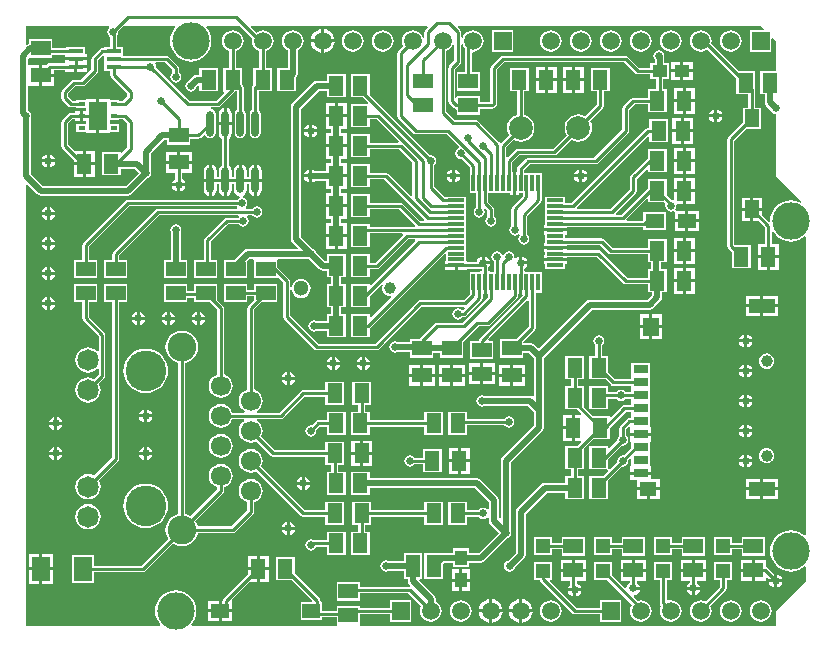
<source format=gtl>
G04 Layer_Physical_Order=1*
G04 Layer_Color=255*
%FSLAX25Y25*%
%MOIN*%
G70*
G01*
G75*
%ADD10R,0.06500X0.05000*%
%ADD11R,0.05000X0.06500*%
%ADD12R,0.06299X0.04921*%
%ADD13R,0.06000X0.08000*%
%ADD14R,0.05906X0.04724*%
%ADD15R,0.05118X0.02756*%
%ADD16R,0.05512X0.04724*%
%ADD17R,0.08661X0.04724*%
%ADD18R,0.05512X0.06299*%
%ADD19R,0.05118X0.04134*%
%ADD20R,0.01181X0.05512*%
%ADD21R,0.05512X0.01181*%
%ADD22R,0.04134X0.05118*%
%ADD23R,0.04921X0.07284*%
%ADD24R,0.04724X0.04724*%
%ADD25R,0.04724X0.05906*%
%ADD26R,0.05118X0.01575*%
%ADD27R,0.05906X0.09449*%
%ADD28R,0.02362X0.01575*%
%ADD29O,0.02362X0.08661*%
%ADD30C,0.02000*%
%ADD31C,0.01000*%
%ADD32C,0.00600*%
%ADD33C,0.12500*%
%ADD34C,0.05906*%
%ADD35R,0.05906X0.05906*%
%ADD36C,0.07874*%
%ADD37C,0.03937*%
%ADD38C,0.05118*%
%ADD39C,0.09567*%
%ADD40C,0.06693*%
%ADD41C,0.07165*%
%ADD42C,0.13583*%
%ADD43C,0.02500*%
G36*
X250985Y204015D02*
X250794Y203553D01*
X246447D01*
Y196447D01*
X253553D01*
Y200794D01*
X254015Y200985D01*
X255000Y200000D01*
Y189850D01*
X249900D01*
Y182150D01*
X251369D01*
Y179500D01*
X251493Y178876D01*
X251847Y178347D01*
X253218Y176975D01*
X253257Y176778D01*
X253666Y176166D01*
X254278Y175757D01*
X255000Y175614D01*
Y155000D01*
X263579Y146421D01*
X263278Y146015D01*
X262634Y146359D01*
X261343Y146751D01*
X260000Y146883D01*
X258657Y146751D01*
X257366Y146359D01*
X256176Y145723D01*
X255133Y144867D01*
X254277Y143824D01*
X253641Y142634D01*
X253249Y141343D01*
X253119Y140017D01*
X252985Y139911D01*
X252667Y139761D01*
X250362Y142066D01*
Y143342D01*
X247500D01*
Y139890D01*
X249367D01*
X251378Y137878D01*
Y132250D01*
X249000D01*
Y128500D01*
X252500D01*
X256000D01*
Y132250D01*
X253622D01*
Y136341D01*
X254121Y136467D01*
X254277Y136176D01*
X255133Y135133D01*
X256176Y134277D01*
X257366Y133641D01*
X258657Y133249D01*
X260000Y133117D01*
X261343Y133249D01*
X262634Y133641D01*
X263824Y134277D01*
X264500Y134832D01*
X265000Y134595D01*
Y35405D01*
X264500Y35168D01*
X263824Y35723D01*
X262634Y36359D01*
X261343Y36751D01*
X260000Y36883D01*
X258657Y36751D01*
X257366Y36359D01*
X256176Y35723D01*
X255133Y34867D01*
X254277Y33824D01*
X253641Y32634D01*
X253249Y31343D01*
X253117Y30000D01*
X253249Y28657D01*
X253641Y27366D01*
X254277Y26176D01*
X255133Y25133D01*
X256176Y24277D01*
X257366Y23641D01*
X258657Y23249D01*
X260000Y23117D01*
X261343Y23249D01*
X262634Y23641D01*
X263824Y24277D01*
X264500Y24832D01*
X265000Y24595D01*
Y20000D01*
X255000Y10000D01*
Y5000D01*
X116591D01*
X116350Y5400D01*
X116350Y5500D01*
Y8878D01*
X126447D01*
Y6447D01*
X133553D01*
Y13553D01*
X126447D01*
Y11122D01*
X116350D01*
Y11600D01*
X108650D01*
Y10122D01*
X103710D01*
Y12962D01*
X103279D01*
Y13342D01*
X103194Y13772D01*
X102951Y14136D01*
X102951Y14136D01*
X94600Y22486D01*
Y27850D01*
X88400D01*
Y20150D01*
X93764D01*
X100490Y13424D01*
X100298Y12962D01*
X96605D01*
Y7038D01*
X103710D01*
Y7878D01*
X108650D01*
Y5500D01*
X108650Y5400D01*
X108409Y5000D01*
X60405D01*
X60168Y5500D01*
X60723Y6176D01*
X61359Y7366D01*
X61751Y8657D01*
X61883Y10000D01*
X61751Y11343D01*
X61359Y12634D01*
X60723Y13824D01*
X59867Y14867D01*
X58824Y15723D01*
X57634Y16359D01*
X56343Y16751D01*
X55000Y16883D01*
X53657Y16751D01*
X52366Y16359D01*
X51176Y15723D01*
X50133Y14867D01*
X49277Y13824D01*
X48641Y12634D01*
X48249Y11343D01*
X48117Y10000D01*
X48249Y8657D01*
X48641Y7366D01*
X49277Y6176D01*
X49832Y5500D01*
X49595Y5000D01*
X5000D01*
Y152040D01*
X5462Y152231D01*
X8846Y148846D01*
X9376Y148493D01*
X10000Y148369D01*
X39000D01*
X39624Y148493D01*
X40154Y148846D01*
X45525Y154218D01*
X45722Y154257D01*
X46334Y154666D01*
X46743Y155278D01*
X46886Y156000D01*
X46743Y156722D01*
X46631Y156888D01*
Y162324D01*
X51176Y166869D01*
X52150D01*
Y165400D01*
X59850D01*
Y167378D01*
X62551D01*
X62551Y167378D01*
X62980Y167464D01*
X63344Y167707D01*
X64333Y168696D01*
X64873Y168528D01*
X65216Y168015D01*
X65805Y167622D01*
X66500Y167483D01*
X67195Y167622D01*
X67784Y168015D01*
X68178Y168604D01*
X68316Y169299D01*
Y175598D01*
X68178Y176293D01*
X67784Y176883D01*
X67195Y177276D01*
X66681Y177378D01*
X66730Y177878D01*
X69000D01*
X69000Y177878D01*
X69429Y177964D01*
X69793Y178207D01*
X74736Y183150D01*
X75378D01*
Y176991D01*
X75216Y176883D01*
X74822Y176293D01*
X74684Y175598D01*
Y169299D01*
X74822Y168604D01*
X75216Y168015D01*
X75805Y167622D01*
X76500Y167483D01*
X77195Y167622D01*
X77784Y168015D01*
X78178Y168604D01*
X78316Y169299D01*
Y175598D01*
X78178Y176293D01*
X77784Y176883D01*
X77622Y176991D01*
Y184500D01*
X77536Y184929D01*
X77293Y185293D01*
X77293Y185293D01*
X77100Y185486D01*
Y190850D01*
X75122D01*
Y196619D01*
X75792Y196897D01*
X76534Y197466D01*
X77103Y198208D01*
X77461Y199073D01*
X77583Y200000D01*
X77461Y200927D01*
X77103Y201792D01*
X76534Y202534D01*
X75792Y203103D01*
X74927Y203461D01*
X74000Y203583D01*
X73073Y203461D01*
X72208Y203103D01*
X71466Y202534D01*
X70897Y201792D01*
X70539Y200927D01*
X70417Y200000D01*
X70539Y199073D01*
X70897Y198208D01*
X71466Y197466D01*
X72208Y196897D01*
X72878Y196619D01*
Y190850D01*
X70900D01*
Y183150D01*
X70911D01*
X71102Y182688D01*
X68535Y180122D01*
X59465D01*
X48395Y191191D01*
X48445Y191441D01*
X48302Y192163D01*
X48158Y192378D01*
X48425Y192878D01*
X51535D01*
X53878Y190535D01*
Y189476D01*
X53666Y189334D01*
X53257Y188722D01*
X53114Y188000D01*
X53257Y187278D01*
X53666Y186666D01*
X54278Y186257D01*
X55000Y186114D01*
X55722Y186257D01*
X56334Y186666D01*
X56743Y187278D01*
X56886Y188000D01*
X56743Y188722D01*
X56334Y189334D01*
X56122Y189476D01*
Y191000D01*
X56122Y191000D01*
X56036Y191429D01*
X55793Y191793D01*
X52793Y194793D01*
X52429Y195036D01*
X52000Y195122D01*
X52000Y195122D01*
X37458D01*
Y197947D01*
X35421D01*
Y201796D01*
X35743Y202278D01*
X35886Y203000D01*
X35836Y203250D01*
X37586Y205000D01*
X54595D01*
X54832Y204500D01*
X54277Y203824D01*
X53641Y202634D01*
X53249Y201343D01*
X53117Y200000D01*
X53249Y198657D01*
X53641Y197366D01*
X54277Y196176D01*
X55133Y195133D01*
X56176Y194277D01*
X57366Y193641D01*
X58657Y193249D01*
X60000Y193117D01*
X61343Y193249D01*
X62634Y193641D01*
X63824Y194277D01*
X64867Y195133D01*
X65723Y196176D01*
X66359Y197366D01*
X66751Y198657D01*
X66883Y200000D01*
X66751Y201343D01*
X66359Y202634D01*
X65723Y203824D01*
X65168Y204500D01*
X65405Y205000D01*
X76414D01*
X80533Y200881D01*
X80417Y200000D01*
X80539Y199073D01*
X80897Y198208D01*
X81466Y197466D01*
X82208Y196897D01*
X82878Y196619D01*
Y190850D01*
X80900D01*
Y185486D01*
X80707Y185293D01*
X80464Y184929D01*
X80378Y184500D01*
X80378Y184500D01*
Y176991D01*
X80216Y176883D01*
X79822Y176293D01*
X79684Y175598D01*
Y169299D01*
X79822Y168604D01*
X80216Y168015D01*
X80805Y167622D01*
X81500Y167483D01*
X82195Y167622D01*
X82784Y168015D01*
X83178Y168604D01*
X83316Y169299D01*
Y175598D01*
X83178Y176293D01*
X82784Y176883D01*
X82622Y176991D01*
Y183150D01*
X87100D01*
Y190850D01*
X85122D01*
Y196619D01*
X85792Y196897D01*
X86534Y197466D01*
X87103Y198208D01*
X87461Y199073D01*
X87583Y200000D01*
X87461Y200927D01*
X87103Y201792D01*
X86534Y202534D01*
X85792Y203103D01*
X84927Y203461D01*
X84000Y203583D01*
X83073Y203461D01*
X82208Y203103D01*
X81798Y202788D01*
X80048Y204538D01*
X80239Y205000D01*
X138761D01*
X138952Y204538D01*
X138207Y203793D01*
X137964Y203429D01*
X137878Y203000D01*
X137878Y203000D01*
Y201227D01*
X137378Y201128D01*
X137103Y201792D01*
X136534Y202534D01*
X135792Y203103D01*
X134927Y203461D01*
X134000Y203583D01*
X133073Y203461D01*
X132208Y203103D01*
X131466Y202534D01*
X130897Y201792D01*
X130539Y200927D01*
X130417Y200000D01*
X130539Y199073D01*
X130816Y198402D01*
X129207Y196793D01*
X128964Y196429D01*
X128878Y196000D01*
X128878Y196000D01*
Y175000D01*
X128878Y175000D01*
X128964Y174571D01*
X129207Y174207D01*
X134207Y169207D01*
X134207Y169207D01*
X134571Y168964D01*
X135000Y168878D01*
X135000Y168878D01*
X145359D01*
X149501Y164736D01*
X149356Y164258D01*
X149278Y164243D01*
X148666Y163834D01*
X148257Y163222D01*
X148114Y162500D01*
X148257Y161778D01*
X148666Y161166D01*
X149278Y160757D01*
X150000Y160614D01*
X150250Y160664D01*
X153052Y157862D01*
Y155891D01*
X152983D01*
Y149179D01*
X155020D01*
Y144476D01*
X154808Y144334D01*
X154399Y143722D01*
X154255Y143000D01*
X154399Y142278D01*
X154808Y141666D01*
X155420Y141257D01*
X156142Y141114D01*
X156864Y141257D01*
X157475Y141666D01*
X157884Y142278D01*
X158028Y143000D01*
X157884Y143722D01*
X157682Y144025D01*
X158070Y144344D01*
X158878Y143535D01*
Y141476D01*
X158666Y141334D01*
X158257Y140722D01*
X158114Y140000D01*
X158257Y139278D01*
X158666Y138666D01*
X159278Y138257D01*
X160000Y138114D01*
X160722Y138257D01*
X161334Y138666D01*
X161743Y139278D01*
X161886Y140000D01*
X161743Y140722D01*
X161334Y141334D01*
X161122Y141476D01*
Y144000D01*
X161036Y144429D01*
X160793Y144793D01*
X160793Y144793D01*
X159232Y146354D01*
Y149179D01*
X166362D01*
Y148779D01*
X167453D01*
Y152535D01*
Y156291D01*
X167106D01*
Y159520D01*
X169465Y161878D01*
X181213D01*
X181213Y161878D01*
X181642Y161964D01*
X182006Y162207D01*
X186874Y167076D01*
X186925Y167037D01*
X188028Y166580D01*
X189213Y166424D01*
X190397Y166580D01*
X191501Y167037D01*
X192448Y167764D01*
X193176Y168712D01*
X193633Y169816D01*
X193789Y171000D01*
X193633Y172184D01*
X193176Y173288D01*
X193137Y173338D01*
X197293Y177494D01*
X197536Y177858D01*
X197622Y178287D01*
X197622Y178287D01*
Y183150D01*
X199600D01*
Y190850D01*
X193400D01*
Y183150D01*
X195378D01*
Y178752D01*
X191551Y174925D01*
X191501Y174963D01*
X190397Y175420D01*
X189213Y175576D01*
X188028Y175420D01*
X186925Y174963D01*
X185977Y174236D01*
X185249Y173288D01*
X184792Y172184D01*
X184636Y171000D01*
X184792Y169816D01*
X185249Y168712D01*
X185288Y168662D01*
X180748Y164122D01*
X169000D01*
X169000Y164122D01*
X168571Y164036D01*
X168207Y163793D01*
X165637Y161223D01*
X165137Y161431D01*
Y164551D01*
X167662Y167076D01*
X167712Y167037D01*
X168816Y166580D01*
X170000Y166424D01*
X171184Y166580D01*
X172288Y167037D01*
X173236Y167764D01*
X173963Y168712D01*
X174420Y169816D01*
X174576Y171000D01*
X174420Y172184D01*
X173963Y173288D01*
X173236Y174236D01*
X172288Y174963D01*
X171184Y175420D01*
X171122Y175428D01*
Y183150D01*
X172600D01*
Y190850D01*
X166400D01*
Y183150D01*
X168878D01*
Y175428D01*
X168816Y175420D01*
X167712Y174963D01*
X166764Y174236D01*
X166037Y173288D01*
X165580Y172184D01*
X165424Y171000D01*
X165580Y169816D01*
X166037Y168712D01*
X166076Y168662D01*
X163512Y166098D01*
X162885Y166179D01*
X162840Y166246D01*
X162840Y166246D01*
X155793Y173293D01*
X155429Y173536D01*
X155000Y173622D01*
X155000Y173622D01*
X147965D01*
X145122Y176465D01*
Y196619D01*
X145792Y196897D01*
X146534Y197466D01*
X147103Y198208D01*
X147378Y198872D01*
X147878Y198773D01*
Y193465D01*
X146207Y191793D01*
X145964Y191429D01*
X145878Y191000D01*
X145878Y191000D01*
Y180000D01*
X145878Y180000D01*
X145964Y179571D01*
X146207Y179207D01*
X147707Y177707D01*
X148071Y177464D01*
X148500Y177378D01*
X148650Y176923D01*
Y175400D01*
X156350D01*
Y177378D01*
X160500D01*
X160500Y177378D01*
X160929Y177464D01*
X161293Y177707D01*
X161793Y178207D01*
X161793Y178207D01*
X162036Y178571D01*
X162122Y179000D01*
X162122Y179000D01*
Y190535D01*
X164465Y192878D01*
X204535D01*
X208207Y189207D01*
X208207Y189207D01*
X208571Y188964D01*
X209000Y188878D01*
X213101D01*
Y187333D01*
X215138D01*
Y183850D01*
X212400D01*
Y181122D01*
X207500D01*
X207071Y181036D01*
X206707Y180793D01*
X206707Y180793D01*
X204207Y178293D01*
X203964Y177929D01*
X203878Y177500D01*
X203878Y177500D01*
Y170465D01*
X194535Y161122D01*
X172500D01*
X172500Y161122D01*
X172071Y161036D01*
X171707Y160793D01*
X171707Y160793D01*
X169128Y158214D01*
X168885Y157851D01*
X168800Y157421D01*
X168800Y157421D01*
Y156291D01*
X168453D01*
Y152535D01*
Y148779D01*
X169543D01*
Y149179D01*
X170768D01*
Y148354D01*
X167207Y144793D01*
X166964Y144429D01*
X166878Y144000D01*
X166878Y144000D01*
Y138476D01*
X166666Y138334D01*
X166257Y137722D01*
X166114Y137000D01*
X166257Y136278D01*
X166666Y135666D01*
X167278Y135257D01*
X168000Y135114D01*
X168722Y135257D01*
X169249Y135610D01*
X169610Y135249D01*
X169257Y134722D01*
X169114Y134000D01*
X169257Y133278D01*
X169666Y132666D01*
X170278Y132257D01*
X171000Y132114D01*
X171722Y132257D01*
X172334Y132666D01*
X172743Y133278D01*
X172886Y134000D01*
X172743Y134722D01*
X172334Y135334D01*
X172122Y135476D01*
Y141535D01*
X176620Y146034D01*
X176620Y146034D01*
X176863Y146398D01*
X176948Y146827D01*
Y149179D01*
X177017D01*
Y155891D01*
X171043D01*
Y156957D01*
X172965Y158878D01*
X195000D01*
X195000Y158878D01*
X195429Y158964D01*
X195793Y159207D01*
X205793Y169207D01*
X205793Y169207D01*
X206036Y169571D01*
X206122Y170000D01*
X206121Y170000D01*
Y177035D01*
X207965Y178878D01*
X212400D01*
Y176150D01*
X218600D01*
Y183850D01*
X217381D01*
Y187333D01*
X219419D01*
Y192667D01*
X217891D01*
Y194740D01*
X217863Y194883D01*
X217886Y195000D01*
X217743Y195722D01*
X217334Y196334D01*
X216722Y196743D01*
X216000Y196886D01*
X215278Y196743D01*
X214666Y196334D01*
X214257Y195722D01*
X214114Y195000D01*
X214257Y194278D01*
X214629Y193723D01*
Y192667D01*
X213101D01*
Y191122D01*
X209465D01*
X205793Y194793D01*
X205429Y195036D01*
X205000Y195122D01*
X205000Y195122D01*
X164000D01*
X164000Y195122D01*
X163571Y195036D01*
X163207Y194793D01*
X160207Y191793D01*
X159964Y191429D01*
X159878Y191000D01*
X159878Y191000D01*
Y179622D01*
X156350D01*
Y181600D01*
X148650D01*
Y181160D01*
X148150Y180893D01*
X148122Y180912D01*
Y190535D01*
X149793Y192207D01*
X149793Y192207D01*
X150036Y192571D01*
X150122Y193000D01*
X150122Y193000D01*
Y198773D01*
X150622Y198872D01*
X150897Y198208D01*
X151378Y197580D01*
Y189600D01*
X148650D01*
Y183400D01*
X156350D01*
Y189600D01*
X153622D01*
Y196087D01*
X153998Y196417D01*
X154000Y196417D01*
X154927Y196539D01*
X155792Y196897D01*
X156534Y197466D01*
X157103Y198208D01*
X157461Y199073D01*
X157583Y200000D01*
X157461Y200927D01*
X157103Y201792D01*
X156534Y202534D01*
X155792Y203103D01*
X154927Y203461D01*
X154000Y203583D01*
X153073Y203461D01*
X152208Y203103D01*
X151466Y202534D01*
X150897Y201792D01*
X150622Y201128D01*
X150122Y201227D01*
Y203000D01*
X150122Y203000D01*
X150036Y203429D01*
X149793Y203793D01*
X149048Y204538D01*
X149239Y205000D01*
X250000D01*
X250985Y204015D01*
D02*
G37*
G36*
X32915Y204500D02*
X32666Y204334D01*
X32257Y203722D01*
X32114Y203000D01*
X32257Y202278D01*
X32666Y201666D01*
X33178Y201325D01*
Y197947D01*
X31140D01*
Y197681D01*
X30559D01*
X30559Y197681D01*
X30130Y197595D01*
X29766Y197352D01*
X29766Y197352D01*
X27207Y194793D01*
X26964Y194429D01*
X26878Y194000D01*
X26878Y194000D01*
Y190465D01*
X23535Y187122D01*
X21000D01*
X21000Y187122D01*
X20571Y187036D01*
X20207Y186793D01*
X17207Y183793D01*
X16964Y183429D01*
X16878Y183000D01*
X16879Y183000D01*
Y181000D01*
X16878Y181000D01*
X16964Y180571D01*
X17207Y180207D01*
X19207Y178207D01*
X19207Y178207D01*
X19571Y177964D01*
X20000Y177878D01*
X20000Y177878D01*
X21904D01*
Y177550D01*
X25047D01*
Y176787D01*
X24185D01*
Y175000D01*
Y173213D01*
X25047D01*
Y172450D01*
X21904D01*
Y169676D01*
X25047D01*
Y169276D01*
X28500D01*
Y175000D01*
Y180724D01*
X25047D01*
Y180324D01*
X21904D01*
Y180122D01*
X20465D01*
X19121Y181465D01*
Y182535D01*
X21465Y184878D01*
X24000D01*
X24000Y184878D01*
X24429Y184964D01*
X24793Y185207D01*
X28793Y189207D01*
X28793Y189207D01*
X29036Y189571D01*
X29122Y190000D01*
Y193535D01*
X30640Y195054D01*
X31140Y194847D01*
Y190053D01*
X33178D01*
Y188701D01*
X33178Y188701D01*
X33263Y188272D01*
X33506Y187908D01*
X38878Y182535D01*
Y181465D01*
X37472Y180059D01*
X36096D01*
Y180324D01*
X32953D01*
Y180724D01*
X29500D01*
Y175000D01*
Y169276D01*
X32953D01*
Y169676D01*
X36096D01*
Y172450D01*
X32953D01*
Y173613D01*
X36096D01*
Y173878D01*
X37535D01*
X38878Y172535D01*
Y164465D01*
X37062Y162648D01*
X36600Y162839D01*
Y162850D01*
X30400D01*
Y155150D01*
X36600D01*
Y157369D01*
X41324D01*
X42693Y156000D01*
X38324Y151631D01*
X10676D01*
X6631Y155676D01*
Y174112D01*
X6743Y174278D01*
X6886Y175000D01*
X6743Y175722D01*
X6334Y176334D01*
X5722Y176743D01*
X5631Y176761D01*
Y184549D01*
X5750Y185000D01*
X9500D01*
Y188500D01*
Y192000D01*
X5750D01*
X5631Y192451D01*
Y194082D01*
X6090Y194425D01*
X6150Y194400D01*
Y194400D01*
X13850D01*
Y195438D01*
X18142D01*
Y194500D01*
X25260D01*
Y195787D01*
X24860D01*
Y197947D01*
X18542D01*
Y197681D01*
X13850D01*
Y200600D01*
X6150D01*
Y199062D01*
X5876Y199007D01*
X5500Y198756D01*
X5000Y198967D01*
Y205000D01*
X32763D01*
X32915Y204500D01*
D02*
G37*
%LPC*%
G36*
X104500Y203921D02*
Y200500D01*
X107921D01*
X107851Y201032D01*
X107453Y201993D01*
X106819Y202819D01*
X105993Y203453D01*
X105032Y203851D01*
X104500Y203921D01*
D02*
G37*
G36*
X103500D02*
X102968Y203851D01*
X102007Y203453D01*
X101181Y202819D01*
X100547Y201993D01*
X100149Y201032D01*
X100079Y200500D01*
X103500D01*
Y203921D01*
D02*
G37*
G36*
X167553Y203553D02*
X160447D01*
Y196447D01*
X167553D01*
Y203553D01*
D02*
G37*
G36*
X240000Y203583D02*
X239073Y203461D01*
X238208Y203103D01*
X237466Y202534D01*
X236897Y201792D01*
X236539Y200927D01*
X236417Y200000D01*
X236539Y199073D01*
X236897Y198208D01*
X237466Y197466D01*
X238208Y196897D01*
X239073Y196539D01*
X240000Y196417D01*
X240927Y196539D01*
X241792Y196897D01*
X242534Y197466D01*
X243103Y198208D01*
X243461Y199073D01*
X243583Y200000D01*
X243461Y200927D01*
X243103Y201792D01*
X242534Y202534D01*
X241792Y203103D01*
X240927Y203461D01*
X240000Y203583D01*
D02*
G37*
G36*
X220000D02*
X219073Y203461D01*
X218208Y203103D01*
X217466Y202534D01*
X216897Y201792D01*
X216539Y200927D01*
X216417Y200000D01*
X216539Y199073D01*
X216897Y198208D01*
X217466Y197466D01*
X218208Y196897D01*
X219073Y196539D01*
X220000Y196417D01*
X220927Y196539D01*
X221792Y196897D01*
X222534Y197466D01*
X223103Y198208D01*
X223461Y199073D01*
X223583Y200000D01*
X223461Y200927D01*
X223103Y201792D01*
X222534Y202534D01*
X221792Y203103D01*
X220927Y203461D01*
X220000Y203583D01*
D02*
G37*
G36*
X210000D02*
X209073Y203461D01*
X208208Y203103D01*
X207466Y202534D01*
X206897Y201792D01*
X206539Y200927D01*
X206417Y200000D01*
X206539Y199073D01*
X206897Y198208D01*
X207466Y197466D01*
X208208Y196897D01*
X209073Y196539D01*
X210000Y196417D01*
X210927Y196539D01*
X211792Y196897D01*
X212534Y197466D01*
X213103Y198208D01*
X213461Y199073D01*
X213583Y200000D01*
X213461Y200927D01*
X213103Y201792D01*
X212534Y202534D01*
X211792Y203103D01*
X210927Y203461D01*
X210000Y203583D01*
D02*
G37*
G36*
X200000D02*
X199073Y203461D01*
X198208Y203103D01*
X197466Y202534D01*
X196897Y201792D01*
X196539Y200927D01*
X196417Y200000D01*
X196539Y199073D01*
X196897Y198208D01*
X197466Y197466D01*
X198208Y196897D01*
X199073Y196539D01*
X200000Y196417D01*
X200927Y196539D01*
X201792Y196897D01*
X202534Y197466D01*
X203103Y198208D01*
X203461Y199073D01*
X203583Y200000D01*
X203461Y200927D01*
X203103Y201792D01*
X202534Y202534D01*
X201792Y203103D01*
X200927Y203461D01*
X200000Y203583D01*
D02*
G37*
G36*
X190000D02*
X189073Y203461D01*
X188208Y203103D01*
X187466Y202534D01*
X186897Y201792D01*
X186539Y200927D01*
X186417Y200000D01*
X186539Y199073D01*
X186897Y198208D01*
X187466Y197466D01*
X188208Y196897D01*
X189073Y196539D01*
X190000Y196417D01*
X190927Y196539D01*
X191792Y196897D01*
X192534Y197466D01*
X193103Y198208D01*
X193461Y199073D01*
X193583Y200000D01*
X193461Y200927D01*
X193103Y201792D01*
X192534Y202534D01*
X191792Y203103D01*
X190927Y203461D01*
X190000Y203583D01*
D02*
G37*
G36*
X180000D02*
X179073Y203461D01*
X178208Y203103D01*
X177466Y202534D01*
X176897Y201792D01*
X176539Y200927D01*
X176417Y200000D01*
X176539Y199073D01*
X176897Y198208D01*
X177466Y197466D01*
X178208Y196897D01*
X179073Y196539D01*
X180000Y196417D01*
X180927Y196539D01*
X181792Y196897D01*
X182534Y197466D01*
X183103Y198208D01*
X183461Y199073D01*
X183583Y200000D01*
X183461Y200927D01*
X183103Y201792D01*
X182534Y202534D01*
X181792Y203103D01*
X180927Y203461D01*
X180000Y203583D01*
D02*
G37*
G36*
X124000D02*
X123073Y203461D01*
X122208Y203103D01*
X121466Y202534D01*
X120897Y201792D01*
X120539Y200927D01*
X120417Y200000D01*
X120539Y199073D01*
X120897Y198208D01*
X121466Y197466D01*
X122208Y196897D01*
X123073Y196539D01*
X124000Y196417D01*
X124927Y196539D01*
X125792Y196897D01*
X126534Y197466D01*
X127103Y198208D01*
X127461Y199073D01*
X127583Y200000D01*
X127461Y200927D01*
X127103Y201792D01*
X126534Y202534D01*
X125792Y203103D01*
X124927Y203461D01*
X124000Y203583D01*
D02*
G37*
G36*
X114000D02*
X113073Y203461D01*
X112208Y203103D01*
X111466Y202534D01*
X110897Y201792D01*
X110539Y200927D01*
X110417Y200000D01*
X110539Y199073D01*
X110897Y198208D01*
X111466Y197466D01*
X112208Y196897D01*
X113073Y196539D01*
X114000Y196417D01*
X114927Y196539D01*
X115792Y196897D01*
X116534Y197466D01*
X117103Y198208D01*
X117461Y199073D01*
X117583Y200000D01*
X117461Y200927D01*
X117103Y201792D01*
X116534Y202534D01*
X115792Y203103D01*
X114927Y203461D01*
X114000Y203583D01*
D02*
G37*
G36*
X107921Y199500D02*
X104500D01*
Y196079D01*
X105032Y196149D01*
X105993Y196547D01*
X106819Y197181D01*
X107453Y198007D01*
X107851Y198968D01*
X107921Y199500D01*
D02*
G37*
G36*
X103500D02*
X100079D01*
X100149Y198968D01*
X100547Y198007D01*
X101181Y197181D01*
X102007Y196547D01*
X102968Y196149D01*
X103500Y196079D01*
Y199500D01*
D02*
G37*
G36*
X227299Y193067D02*
X224240D01*
Y190500D01*
X227299D01*
Y193067D01*
D02*
G37*
G36*
X223240D02*
X220181D01*
Y190500D01*
X223240D01*
Y193067D01*
D02*
G37*
G36*
X182000Y191250D02*
X179000D01*
Y187500D01*
X182000D01*
Y191250D01*
D02*
G37*
G36*
X191000D02*
X188000D01*
Y187500D01*
X191000D01*
Y191250D01*
D02*
G37*
G36*
X187000D02*
X184000D01*
Y187500D01*
X187000D01*
Y191250D01*
D02*
G37*
G36*
X178000D02*
X175000D01*
Y187500D01*
X178000D01*
Y191250D01*
D02*
G37*
G36*
X227299Y189500D02*
X224240D01*
Y186933D01*
X227299D01*
Y189500D01*
D02*
G37*
G36*
X223240D02*
X220181D01*
Y186933D01*
X223240D01*
Y189500D01*
D02*
G37*
G36*
X94000Y203583D02*
X93073Y203461D01*
X92208Y203103D01*
X91466Y202534D01*
X90897Y201792D01*
X90539Y200927D01*
X90417Y200000D01*
X90539Y199073D01*
X90897Y198208D01*
X91466Y197466D01*
X92208Y196897D01*
X92369Y196830D01*
Y190850D01*
X88900D01*
Y183150D01*
X95100D01*
Y187793D01*
X95153Y187847D01*
X95507Y188376D01*
X95631Y189000D01*
Y196830D01*
X95792Y196897D01*
X96534Y197466D01*
X97103Y198208D01*
X97461Y199073D01*
X97583Y200000D01*
X97461Y200927D01*
X97103Y201792D01*
X96534Y202534D01*
X95792Y203103D01*
X94927Y203461D01*
X94000Y203583D01*
D02*
G37*
G36*
X69100Y190850D02*
X62900D01*
Y188631D01*
X62000D01*
X61376Y188507D01*
X60847Y188154D01*
X59475Y186782D01*
X59278Y186743D01*
X58666Y186334D01*
X58257Y185722D01*
X58114Y185000D01*
X58257Y184278D01*
X58666Y183666D01*
X59278Y183257D01*
X60000Y183114D01*
X60722Y183257D01*
X61334Y183666D01*
X61743Y184278D01*
X61782Y184475D01*
X62400Y185093D01*
X62900Y184886D01*
Y183150D01*
X69100D01*
Y190850D01*
D02*
G37*
G36*
X191000Y186500D02*
X188000D01*
Y182750D01*
X191000D01*
Y186500D01*
D02*
G37*
G36*
X187000D02*
X184000D01*
Y182750D01*
X187000D01*
Y186500D01*
D02*
G37*
G36*
X182000D02*
X179000D01*
Y182750D01*
X182000D01*
Y186500D01*
D02*
G37*
G36*
X178000D02*
X175000D01*
Y182750D01*
X178000D01*
Y186500D01*
D02*
G37*
G36*
X119600Y188850D02*
X113400D01*
Y181150D01*
X117264D01*
X119102Y179312D01*
X118911Y178850D01*
X113400D01*
Y171150D01*
X119600D01*
Y173878D01*
X122035D01*
X129330Y166584D01*
X129139Y166122D01*
X119600D01*
Y168850D01*
X113400D01*
Y161150D01*
X119600D01*
Y163878D01*
X129535D01*
X133878Y159535D01*
Y148361D01*
X133416Y148170D01*
X125793Y155793D01*
X125429Y156036D01*
X125000Y156122D01*
X125000Y156122D01*
X119600D01*
Y158850D01*
X113400D01*
Y151150D01*
X119600D01*
Y153878D01*
X124535D01*
X137840Y140574D01*
X137633Y140074D01*
X136512D01*
X130793Y145793D01*
X130429Y146036D01*
X130000Y146122D01*
X130000Y146122D01*
X119600D01*
Y148850D01*
X113400D01*
Y141150D01*
X119600D01*
Y143878D01*
X129535D01*
X134808Y138606D01*
X134601Y138106D01*
X119600D01*
Y138850D01*
X113400D01*
Y131150D01*
X119600D01*
Y135863D01*
X130570D01*
X130777Y135363D01*
X121535Y126122D01*
X119600D01*
Y128850D01*
X113400D01*
Y121150D01*
X119600D01*
Y123878D01*
X122000D01*
X122000Y123878D01*
X122429Y123964D01*
X122793Y124207D01*
X132480Y133894D01*
X134601D01*
X134808Y133394D01*
X120062Y118648D01*
X119600Y118839D01*
Y118850D01*
X113400D01*
Y111150D01*
X119600D01*
Y115014D01*
X123622Y119036D01*
X124036Y118795D01*
X123777Y118170D01*
X123689Y117500D01*
X123777Y116830D01*
X124036Y116205D01*
X124448Y115668D01*
X124984Y115256D01*
X125609Y114998D01*
X126279Y114909D01*
X126667Y114960D01*
X126901Y114487D01*
X120062Y107648D01*
X119600Y107839D01*
Y108850D01*
X113400D01*
Y101150D01*
X119600D01*
Y104078D01*
X119793Y104207D01*
X144647Y129061D01*
X145109Y128869D01*
Y126764D01*
X144709D01*
Y125673D01*
X148465D01*
Y125173D01*
X148965D01*
Y123583D01*
X152220D01*
Y124052D01*
X156366D01*
X156622Y123881D01*
X156989Y123808D01*
Y123221D01*
X156520D01*
Y122820D01*
X152983D01*
Y116109D01*
X152983D01*
X153023Y115609D01*
X151035Y113622D01*
X136500D01*
X136500Y113622D01*
X136071Y113536D01*
X135707Y113293D01*
X135707Y113293D01*
X121535Y99122D01*
X102465D01*
X93122Y108465D01*
Y117043D01*
X93622Y117076D01*
X93674Y116675D01*
X93993Y115907D01*
X94499Y115247D01*
X95159Y114741D01*
X95927Y114422D01*
X96752Y114314D01*
X97577Y114422D01*
X98345Y114741D01*
X99005Y115247D01*
X99511Y115907D01*
X99830Y116675D01*
X99938Y117500D01*
X99830Y118325D01*
X99511Y119093D01*
X99005Y119753D01*
X98345Y120259D01*
X97577Y120578D01*
X96752Y120686D01*
X95927Y120578D01*
X95159Y120259D01*
X94499Y119753D01*
X93993Y119093D01*
X93674Y118325D01*
X93622Y117924D01*
X93122Y117957D01*
Y120000D01*
X93036Y120429D01*
X92793Y120793D01*
X92793Y120793D01*
X88850Y124736D01*
X88850Y127100D01*
X89239Y127369D01*
X99112D01*
X99278Y127257D01*
X99475Y127218D01*
X102847Y123846D01*
X103376Y123493D01*
X104000Y123369D01*
X105400D01*
Y121150D01*
X106869D01*
Y118850D01*
X105400D01*
Y111150D01*
X106869D01*
Y108850D01*
X105400D01*
Y106631D01*
X101888D01*
X101722Y106743D01*
X101000Y106886D01*
X100278Y106743D01*
X99666Y106334D01*
X99257Y105722D01*
X99114Y105000D01*
X99257Y104278D01*
X99666Y103666D01*
X100278Y103257D01*
X101000Y103114D01*
X101722Y103257D01*
X101888Y103369D01*
X105400D01*
Y101150D01*
X111600D01*
Y108850D01*
X110131D01*
Y111150D01*
X111600D01*
Y118850D01*
X110131D01*
Y121150D01*
X111600D01*
Y128850D01*
X105400D01*
Y126631D01*
X104676D01*
X101782Y129525D01*
X101743Y129722D01*
X101334Y130334D01*
X100722Y130743D01*
X100525Y130782D01*
X96631Y134676D01*
Y177324D01*
X102676Y183369D01*
X105400D01*
Y181150D01*
X111600D01*
Y188850D01*
X105400D01*
Y186631D01*
X102000D01*
X101376Y186507D01*
X100847Y186153D01*
X93846Y179154D01*
X93493Y178624D01*
X93369Y178000D01*
Y134000D01*
X93493Y133376D01*
X93846Y132846D01*
X95600Y131093D01*
X95408Y130631D01*
X79000D01*
X78376Y130507D01*
X77846Y130154D01*
X74793Y127100D01*
X71150D01*
Y120900D01*
X78850D01*
Y126543D01*
X79676Y127369D01*
X80761D01*
X81150Y127100D01*
X81150Y126869D01*
Y120900D01*
X88850D01*
Y120911D01*
X89312Y121102D01*
X90878Y119535D01*
Y108000D01*
X90878Y108000D01*
X90964Y107571D01*
X91207Y107207D01*
X101207Y97207D01*
X101207Y97207D01*
X101571Y96964D01*
X102000Y96878D01*
X102000Y96878D01*
X122000D01*
X122000Y96878D01*
X122429Y96964D01*
X122793Y97207D01*
X136965Y111378D01*
X151085D01*
X151292Y110878D01*
X150860Y110446D01*
X150334Y110334D01*
X149722Y110743D01*
X149000Y110886D01*
X148278Y110743D01*
X147666Y110334D01*
X147257Y109722D01*
X147114Y109000D01*
X147257Y108278D01*
X147666Y107666D01*
X148278Y107257D01*
X149000Y107114D01*
X149722Y107257D01*
X150334Y107666D01*
X150476Y107878D01*
X151000D01*
X151000Y107878D01*
X151429Y107964D01*
X151793Y108207D01*
X156935Y113349D01*
X156935Y113349D01*
X157178Y113713D01*
X157263Y114142D01*
X157263Y114142D01*
Y115709D01*
X157610D01*
Y119465D01*
X158610D01*
Y115709D01*
X158957D01*
Y114543D01*
X150535Y106122D01*
X142000D01*
X142000Y106122D01*
X141571Y106036D01*
X141207Y105793D01*
X141207Y105793D01*
X136207Y100793D01*
X136078Y100600D01*
X133150D01*
Y99631D01*
X128888D01*
X128722Y99743D01*
X128000Y99886D01*
X127278Y99743D01*
X126666Y99334D01*
X126257Y98722D01*
X126114Y98000D01*
X126257Y97278D01*
X126666Y96666D01*
X127278Y96257D01*
X128000Y96114D01*
X128722Y96257D01*
X128888Y96369D01*
X133150D01*
Y94400D01*
X140850D01*
Y95869D01*
X143150D01*
Y94400D01*
X150850D01*
Y99764D01*
X155965Y104878D01*
X159000D01*
X159000Y104878D01*
X159429Y104964D01*
X159793Y105207D01*
X168746Y114160D01*
X168746Y114160D01*
X168989Y114524D01*
X169074Y114953D01*
Y115709D01*
X169421D01*
Y119465D01*
X170421D01*
Y115697D01*
X170623Y115209D01*
X156207Y100793D01*
X155964Y100429D01*
X155898Y100100D01*
X153150D01*
Y93900D01*
X160850D01*
Y100100D01*
X159339D01*
X159148Y100562D01*
X172237Y113651D01*
X172737Y113444D01*
Y104823D01*
X168514Y100600D01*
X163150D01*
Y94400D01*
X170850D01*
Y95869D01*
X172824D01*
X174369Y94324D01*
Y81611D01*
X173869Y81344D01*
X173624Y81507D01*
X173000Y81631D01*
X157888D01*
X157722Y81743D01*
X157000Y81886D01*
X156278Y81743D01*
X155666Y81334D01*
X155257Y80722D01*
X155114Y80000D01*
X155257Y79278D01*
X155666Y78666D01*
X156278Y78257D01*
X157000Y78114D01*
X157722Y78257D01*
X157888Y78369D01*
X172324D01*
X174369Y76324D01*
Y71676D01*
X163847Y61154D01*
X163493Y60624D01*
X163369Y60000D01*
Y40815D01*
X162869Y40591D01*
X162631Y40778D01*
Y47000D01*
X162507Y47624D01*
X162153Y48153D01*
X156653Y53654D01*
X156124Y54007D01*
X155500Y54131D01*
X119600D01*
Y56350D01*
X113400D01*
Y48650D01*
X119600D01*
Y50869D01*
X154824D01*
X159369Y46324D01*
Y43933D01*
X158869Y43782D01*
X158834Y43834D01*
X158222Y44243D01*
X157500Y44386D01*
X156778Y44243D01*
X156166Y43834D01*
X156024Y43622D01*
X152100D01*
Y46350D01*
X145900D01*
Y38650D01*
X152100D01*
Y41378D01*
X156024D01*
X156166Y41166D01*
X156778Y40757D01*
X157500Y40614D01*
X158222Y40757D01*
X158834Y41166D01*
X158869Y41218D01*
X159369Y41067D01*
Y40000D01*
X159493Y39376D01*
X159846Y38846D01*
X162693Y36000D01*
X156064Y29372D01*
X152667D01*
Y30899D01*
X147333D01*
Y29372D01*
X143685D01*
X143061Y29247D01*
X143052Y29242D01*
X137884D01*
Y20758D01*
X144006D01*
Y25754D01*
X144361Y26109D01*
X147333D01*
Y24581D01*
X152667D01*
Y26109D01*
X156740D01*
X157364Y26233D01*
X157894Y26587D01*
X165525Y34218D01*
X165722Y34257D01*
X166334Y34666D01*
X166743Y35278D01*
X166886Y36000D01*
X166743Y36722D01*
X166631Y36888D01*
Y59324D01*
X177154Y69846D01*
X177507Y70376D01*
X177631Y71000D01*
Y77000D01*
Y94324D01*
X193676Y110369D01*
X213000D01*
X213624Y110493D01*
X214154Y110846D01*
X216653Y113347D01*
X217007Y113876D01*
X217131Y114500D01*
Y116150D01*
X218600D01*
Y123850D01*
X216631D01*
Y126150D01*
X218600D01*
Y133850D01*
X212400D01*
Y131122D01*
X200465D01*
X197746Y133840D01*
X197382Y134083D01*
X196953Y134169D01*
X196953Y134169D01*
X184891D01*
Y135394D01*
X185291D01*
Y136484D01*
X181535D01*
X177779D01*
Y135394D01*
X178180D01*
Y132669D01*
X177779D01*
Y131579D01*
X181535D01*
X185291D01*
Y131926D01*
X196488D01*
X199207Y129207D01*
X199207Y129207D01*
X199571Y128964D01*
X200000Y128878D01*
X212400D01*
Y126150D01*
X213369D01*
Y123850D01*
X212400D01*
Y121122D01*
X205465D01*
X196683Y129903D01*
X196319Y130146D01*
X195890Y130232D01*
X195890Y130232D01*
X185291D01*
Y130579D01*
X181535D01*
X177779D01*
Y129488D01*
X178180D01*
Y128732D01*
X177779D01*
Y127642D01*
X181535D01*
X185291D01*
Y127989D01*
X195425D01*
X204207Y119207D01*
X204207Y119207D01*
X204571Y118964D01*
X205000Y118878D01*
X212400D01*
Y116150D01*
X213869D01*
Y115176D01*
X212324Y113631D01*
X193000D01*
X192376Y113507D01*
X191847Y113154D01*
X176000Y97307D01*
X174653Y98654D01*
X174124Y99007D01*
X173500Y99131D01*
X170850D01*
Y99764D01*
X174651Y103565D01*
X174651Y103565D01*
X174894Y103929D01*
X174980Y104358D01*
X174980Y104358D01*
Y116109D01*
X177017D01*
Y122820D01*
X171512D01*
Y123221D01*
X171043D01*
Y123991D01*
X171622Y124378D01*
X172119Y125122D01*
X172195Y125500D01*
X170000D01*
Y126000D01*
X169500D01*
Y128195D01*
X169122Y128120D01*
X168378Y127622D01*
X168297Y127501D01*
X167826Y127696D01*
X167886Y128000D01*
X167743Y128722D01*
X167334Y129334D01*
X166722Y129743D01*
X166000Y129886D01*
X165278Y129743D01*
X164666Y129334D01*
X164283Y128760D01*
X164044Y128718D01*
X163750Y128734D01*
X163381Y129287D01*
X162769Y129695D01*
X162047Y129839D01*
X161325Y129695D01*
X160714Y129287D01*
X160305Y128675D01*
X160161Y127953D01*
X160305Y127231D01*
X160714Y126619D01*
X160926Y126477D01*
Y122820D01*
X159701D01*
Y123221D01*
X159232D01*
Y124542D01*
X159619Y125122D01*
X159695Y125500D01*
X157500D01*
Y126000D01*
X157000D01*
Y128195D01*
X156622Y128120D01*
X155878Y127622D01*
X155380Y126878D01*
X155265Y126295D01*
X152220D01*
Y126764D01*
X151821D01*
Y131857D01*
Y135794D01*
Y139731D01*
Y143668D01*
Y148017D01*
X145109D01*
Y148017D01*
X144609Y147977D01*
X141122Y151465D01*
Y158524D01*
X141334Y158666D01*
X141743Y159278D01*
X141886Y160000D01*
X141743Y160722D01*
X141334Y161334D01*
X140722Y161743D01*
X140000Y161886D01*
X139750Y161836D01*
X119600Y181986D01*
Y188850D01*
D02*
G37*
G36*
X228000Y184250D02*
X225000D01*
Y180500D01*
X228000D01*
Y184250D01*
D02*
G37*
G36*
X224000D02*
X221000D01*
Y180500D01*
X224000D01*
Y184250D01*
D02*
G37*
G36*
X228000Y179500D02*
X225000D01*
Y175750D01*
X228000D01*
Y179500D01*
D02*
G37*
G36*
X224000D02*
X221000D01*
Y175750D01*
X224000D01*
Y179500D01*
D02*
G37*
G36*
X112000Y179250D02*
X109000D01*
Y175500D01*
X112000D01*
Y179250D01*
D02*
G37*
G36*
X235500Y177195D02*
Y175500D01*
X237195D01*
X237120Y175878D01*
X236622Y176622D01*
X235878Y177120D01*
X235500Y177195D01*
D02*
G37*
G36*
X234500D02*
X234122Y177120D01*
X233378Y176622D01*
X232880Y175878D01*
X232805Y175500D01*
X234500D01*
Y177195D01*
D02*
G37*
G36*
X108000Y179250D02*
X105000D01*
Y175500D01*
X108000D01*
Y179250D01*
D02*
G37*
G36*
X72000Y177723D02*
Y172949D01*
X73724D01*
Y175598D01*
X73554Y176450D01*
X73072Y177171D01*
X72351Y177653D01*
X72000Y177723D01*
D02*
G37*
G36*
X71000D02*
X70649Y177653D01*
X69928Y177171D01*
X69446Y176450D01*
X69276Y175598D01*
Y172949D01*
X71000D01*
Y177723D01*
D02*
G37*
G36*
X237195Y174500D02*
X235500D01*
Y172805D01*
X235878Y172880D01*
X236622Y173378D01*
X237120Y174122D01*
X237195Y174500D01*
D02*
G37*
G36*
X234500D02*
X232805D01*
X232880Y174122D01*
X233378Y173378D01*
X234122Y172880D01*
X234500Y172805D01*
Y174500D01*
D02*
G37*
G36*
X227500Y174250D02*
X224500D01*
Y170500D01*
X227500D01*
Y174250D01*
D02*
G37*
G36*
X100500Y172195D02*
Y170500D01*
X102195D01*
X102119Y170878D01*
X101622Y171622D01*
X100878Y172119D01*
X100500Y172195D01*
D02*
G37*
G36*
X99500D02*
X99122Y172119D01*
X98378Y171622D01*
X97881Y170878D01*
X97805Y170500D01*
X99500D01*
Y172195D01*
D02*
G37*
G36*
X223500Y174250D02*
X220500D01*
Y170500D01*
X223500D01*
Y174250D01*
D02*
G37*
G36*
X102195Y169500D02*
X100500D01*
Y167805D01*
X100878Y167880D01*
X101622Y168378D01*
X102119Y169122D01*
X102195Y169500D01*
D02*
G37*
G36*
X99500D02*
X97805D01*
X97881Y169122D01*
X98378Y168378D01*
X99122Y167880D01*
X99500Y167805D01*
Y169500D01*
D02*
G37*
G36*
X219100Y173850D02*
X212900D01*
Y171410D01*
X212500Y171122D01*
X212071Y171036D01*
X211707Y170793D01*
X211707Y170793D01*
X186894Y145980D01*
X184891D01*
Y148017D01*
X178180D01*
Y143668D01*
Y138575D01*
X177779D01*
Y137484D01*
X181535D01*
X185291D01*
Y137831D01*
X210837D01*
Y136939D01*
X218336D01*
Y143061D01*
X210837D01*
Y140337D01*
X210575Y140074D01*
X205367D01*
X205160Y140574D01*
X211938Y147352D01*
X212400Y147161D01*
Y146150D01*
X217764D01*
X218247Y145667D01*
X218114Y145000D01*
X218257Y144278D01*
X218666Y143666D01*
X219278Y143257D01*
X220000Y143114D01*
X220722Y143257D01*
X220764Y143285D01*
X221264Y143018D01*
Y140500D01*
X224913D01*
Y143461D01*
X221798D01*
X221531Y143961D01*
X221743Y144278D01*
X221886Y145000D01*
X221836Y145250D01*
X222247Y145750D01*
X224000D01*
Y149500D01*
X221000D01*
Y147112D01*
X220500Y146787D01*
X220250Y146837D01*
X218600Y148486D01*
Y153850D01*
X212400D01*
Y150922D01*
X212207Y150793D01*
X212207Y150793D01*
X203457Y142043D01*
X201836D01*
X201629Y142543D01*
X208293Y149207D01*
X208293Y149207D01*
X208536Y149571D01*
X208622Y150000D01*
Y154035D01*
X211938Y157352D01*
X212400Y157161D01*
Y156150D01*
X218600D01*
Y163850D01*
X212400D01*
Y160922D01*
X212207Y160793D01*
X212207Y160793D01*
X206707Y155293D01*
X206464Y154929D01*
X206378Y154500D01*
X206379Y154500D01*
Y150465D01*
X199925Y144011D01*
X188804D01*
X188597Y144511D01*
X212438Y168352D01*
X212900Y168161D01*
Y166150D01*
X219100D01*
Y173850D01*
D02*
G37*
G36*
X227500Y169500D02*
X224500D01*
Y165750D01*
X227500D01*
Y169500D01*
D02*
G37*
G36*
X223500D02*
X220500D01*
Y165750D01*
X223500D01*
Y169500D01*
D02*
G37*
G36*
X108500Y175000D02*
D01*
Y174500D01*
X105000D01*
Y170750D01*
X106869D01*
Y169250D01*
X105000D01*
Y165500D01*
X108500D01*
X112000D01*
Y169250D01*
X110131D01*
Y170750D01*
X112000D01*
Y174500D01*
X108500D01*
Y175000D01*
D02*
G37*
G36*
X228000Y164250D02*
X225000D01*
Y160500D01*
X228000D01*
Y164250D01*
D02*
G37*
G36*
X224000D02*
X221000D01*
Y160500D01*
X224000D01*
Y164250D01*
D02*
G37*
G36*
X60250Y163000D02*
X56500D01*
Y160000D01*
X60250D01*
Y163000D01*
D02*
G37*
G36*
X55500D02*
X51750D01*
Y160000D01*
X55500D01*
Y163000D01*
D02*
G37*
G36*
X112000Y164500D02*
X108500D01*
X105000D01*
Y160750D01*
X106869D01*
Y159250D01*
X105000D01*
Y156631D01*
X101608D01*
X100878Y157120D01*
X100500Y157195D01*
Y155000D01*
Y152805D01*
X100878Y152881D01*
X101608Y153369D01*
X105000D01*
Y150750D01*
X106869D01*
Y149250D01*
X105000D01*
Y145500D01*
X108500D01*
X112000D01*
Y149250D01*
X110131D01*
Y150750D01*
X112000D01*
Y154500D01*
X108500D01*
Y155500D01*
X112000D01*
Y159250D01*
X110131D01*
Y160750D01*
X112000D01*
Y164500D01*
D02*
G37*
G36*
X228000Y159500D02*
X225000D01*
Y155750D01*
X228000D01*
Y159500D01*
D02*
G37*
G36*
X224000D02*
X221000D01*
Y155750D01*
X224000D01*
Y159500D01*
D02*
G37*
G36*
X190500Y157195D02*
Y155500D01*
X192195D01*
X192120Y155878D01*
X191622Y156622D01*
X190878Y157120D01*
X190500Y157195D01*
D02*
G37*
G36*
X189500D02*
X189122Y157120D01*
X188378Y156622D01*
X187881Y155878D01*
X187805Y155500D01*
X189500D01*
Y157195D01*
D02*
G37*
G36*
X148000D02*
Y155500D01*
X149695D01*
X149619Y155878D01*
X149122Y156622D01*
X148378Y157120D01*
X148000Y157195D01*
D02*
G37*
G36*
X147000D02*
X146622Y157120D01*
X145878Y156622D01*
X145380Y155878D01*
X145305Y155500D01*
X147000D01*
Y157195D01*
D02*
G37*
G36*
X99500D02*
X99122Y157120D01*
X98378Y156622D01*
X97881Y155878D01*
X97805Y155500D01*
X99500D01*
Y157195D01*
D02*
G37*
G36*
X73724Y171949D02*
X71500D01*
X69276D01*
Y169299D01*
X69446Y168448D01*
X69928Y167727D01*
X70378Y167425D01*
Y158575D01*
X69928Y158273D01*
X69446Y157552D01*
X69276Y156701D01*
Y154673D01*
X68724D01*
Y156701D01*
X68555Y157552D01*
X68072Y158273D01*
X67351Y158755D01*
X67000Y158825D01*
Y153551D01*
Y148277D01*
X67351Y148347D01*
X68072Y148829D01*
X68555Y149550D01*
X68724Y150402D01*
Y152430D01*
X69276D01*
Y150402D01*
X69446Y149550D01*
X69928Y148829D01*
X70649Y148347D01*
X71000Y148277D01*
Y153551D01*
X72000D01*
Y148277D01*
X72351Y148347D01*
X73072Y148829D01*
X73554Y149550D01*
X73724Y150402D01*
Y152430D01*
X74276D01*
Y150402D01*
X74445Y149550D01*
X74928Y148829D01*
X75649Y148347D01*
X76201Y148237D01*
X76259Y147865D01*
X76243Y147719D01*
X75666Y147334D01*
X75524Y147122D01*
X39000D01*
X39000Y147122D01*
X38571Y147036D01*
X38207Y146793D01*
X24207Y132793D01*
X23964Y132429D01*
X23878Y132000D01*
X23878Y132000D01*
Y127100D01*
X21150D01*
Y120900D01*
X28850D01*
Y127100D01*
X26122D01*
Y131535D01*
X39465Y144878D01*
X75346D01*
X75542Y144622D01*
X75311Y144122D01*
X49000D01*
X49000Y144122D01*
X48571Y144036D01*
X48207Y143793D01*
X34207Y129793D01*
X33964Y129429D01*
X33878Y129000D01*
X33878Y129000D01*
Y127100D01*
X31150D01*
Y120900D01*
X38850D01*
Y127100D01*
X36122D01*
Y128535D01*
X49465Y141878D01*
X75811D01*
X76042Y141378D01*
X75846Y141122D01*
X72000D01*
X72000Y141122D01*
X71571Y141036D01*
X71207Y140793D01*
X71207Y140793D01*
X64707Y134293D01*
X64464Y133929D01*
X64378Y133500D01*
X64378Y133500D01*
Y127100D01*
X61150D01*
Y120900D01*
X68850D01*
Y127100D01*
X66622D01*
Y133035D01*
X72465Y138878D01*
X76024D01*
X76166Y138666D01*
X76778Y138257D01*
X77500Y138114D01*
X78222Y138257D01*
X78834Y138666D01*
X79243Y139278D01*
X79386Y140000D01*
X79243Y140722D01*
X78834Y141334D01*
X78767Y141378D01*
X78919Y141878D01*
X80524D01*
X80666Y141666D01*
X81278Y141257D01*
X82000Y141114D01*
X82722Y141257D01*
X83334Y141666D01*
X83743Y142278D01*
X83886Y143000D01*
X83743Y143722D01*
X83334Y144334D01*
X82722Y144743D01*
X82000Y144886D01*
X81278Y144743D01*
X80666Y144334D01*
X80524Y144122D01*
X78419D01*
X78267Y144622D01*
X78334Y144666D01*
X78743Y145278D01*
X78886Y146000D01*
X78743Y146722D01*
X78334Y147334D01*
X77722Y147743D01*
X77299Y147827D01*
Y148337D01*
X77351Y148347D01*
X78073Y148829D01*
X78554Y149550D01*
X78724Y150402D01*
Y152430D01*
X79276D01*
Y150402D01*
X79445Y149550D01*
X79927Y148829D01*
X80649Y148347D01*
X81000Y148277D01*
Y153551D01*
Y158825D01*
X80649Y158755D01*
X79927Y158273D01*
X79445Y157552D01*
X79276Y156701D01*
Y154673D01*
X78724D01*
Y156701D01*
X78554Y157552D01*
X78073Y158273D01*
X77351Y158755D01*
X77000Y158825D01*
Y153551D01*
X76000D01*
Y158825D01*
X75649Y158755D01*
X74928Y158273D01*
X74445Y157552D01*
X74276Y156701D01*
Y154673D01*
X73724D01*
Y156701D01*
X73554Y157552D01*
X73072Y158273D01*
X72622Y158575D01*
Y167425D01*
X73072Y167727D01*
X73554Y168448D01*
X73724Y169299D01*
Y171949D01*
D02*
G37*
G36*
X82000Y158825D02*
Y154051D01*
X83724D01*
Y156701D01*
X83555Y157552D01*
X83073Y158273D01*
X82351Y158755D01*
X82000Y158825D01*
D02*
G37*
G36*
X66000D02*
X65649Y158755D01*
X64928Y158273D01*
X64446Y157552D01*
X64276Y156701D01*
Y154051D01*
X66000D01*
Y158825D01*
D02*
G37*
G36*
X192195Y154500D02*
X190500D01*
Y152805D01*
X190878Y152881D01*
X191622Y153378D01*
X192120Y154122D01*
X192195Y154500D01*
D02*
G37*
G36*
X189500D02*
X187805D01*
X187881Y154122D01*
X188378Y153378D01*
X189122Y152881D01*
X189500Y152805D01*
Y154500D01*
D02*
G37*
G36*
X149695D02*
X148000D01*
Y152805D01*
X148378Y152881D01*
X149122Y153378D01*
X149619Y154122D01*
X149695Y154500D01*
D02*
G37*
G36*
X147000D02*
X145305D01*
X145380Y154122D01*
X145878Y153378D01*
X146622Y152881D01*
X147000Y152805D01*
Y154500D01*
D02*
G37*
G36*
X99500D02*
X97805D01*
X97881Y154122D01*
X98378Y153378D01*
X99122Y152881D01*
X99500Y152805D01*
Y154500D01*
D02*
G37*
G36*
X60250Y159000D02*
X56000D01*
X51750D01*
Y156000D01*
X54878D01*
Y153957D01*
X54378Y153622D01*
X53881Y152878D01*
X53805Y152500D01*
X58195D01*
X58119Y152878D01*
X57622Y153622D01*
X57122Y153957D01*
Y156000D01*
X60250D01*
Y159000D01*
D02*
G37*
G36*
X228000Y154250D02*
X225000D01*
Y150500D01*
X228000D01*
Y154250D01*
D02*
G37*
G36*
X224000D02*
X221000D01*
Y150500D01*
X224000D01*
Y154250D01*
D02*
G37*
G36*
X58195Y151500D02*
X56500D01*
Y149805D01*
X56878Y149881D01*
X57622Y150378D01*
X58119Y151122D01*
X58195Y151500D01*
D02*
G37*
G36*
X55500D02*
X53805D01*
X53881Y151122D01*
X54378Y150378D01*
X55122Y149881D01*
X55500Y149805D01*
Y151500D01*
D02*
G37*
G36*
X83724Y153051D02*
X82000D01*
Y148277D01*
X82351Y148347D01*
X83073Y148829D01*
X83555Y149550D01*
X83724Y150402D01*
Y153051D01*
D02*
G37*
G36*
X66000D02*
X64276D01*
Y150402D01*
X64446Y149550D01*
X64928Y148829D01*
X65649Y148347D01*
X66000Y148277D01*
Y153051D01*
D02*
G37*
G36*
X228000Y149500D02*
X225000D01*
Y145750D01*
X228000D01*
Y149500D01*
D02*
G37*
G36*
X250362Y147795D02*
X247500D01*
Y144343D01*
X250362D01*
Y147795D01*
D02*
G37*
G36*
X246500D02*
X243638D01*
Y144343D01*
X246500D01*
Y147795D01*
D02*
G37*
G36*
X13000Y144695D02*
Y143000D01*
X14695D01*
X14619Y143378D01*
X14122Y144122D01*
X13378Y144620D01*
X13000Y144695D01*
D02*
G37*
G36*
X12000D02*
X11622Y144620D01*
X10878Y144122D01*
X10380Y143378D01*
X10305Y143000D01*
X12000D01*
Y144695D01*
D02*
G37*
G36*
X229563Y143461D02*
X225913D01*
Y140500D01*
X229563D01*
Y143461D01*
D02*
G37*
G36*
X14695Y142000D02*
X13000D01*
Y140305D01*
X13378Y140381D01*
X14122Y140878D01*
X14619Y141622D01*
X14695Y142000D01*
D02*
G37*
G36*
X12000D02*
X10305D01*
X10380Y141622D01*
X10878Y140878D01*
X11622Y140381D01*
X12000Y140305D01*
Y142000D01*
D02*
G37*
G36*
X246500Y143342D02*
X243638D01*
Y139890D01*
X246500D01*
Y143342D01*
D02*
G37*
G36*
X229563Y139500D02*
X225913D01*
Y136539D01*
X229563D01*
Y139500D01*
D02*
G37*
G36*
X224913D02*
X221264D01*
Y136539D01*
X224913D01*
Y139500D01*
D02*
G37*
G36*
X112000Y144500D02*
X108500D01*
X105000D01*
Y140750D01*
X106869D01*
Y139250D01*
X105000D01*
Y135500D01*
X108500D01*
X112000D01*
Y139250D01*
X110131D01*
Y140750D01*
X112000D01*
Y144500D01*
D02*
G37*
G36*
X13000Y134695D02*
Y133000D01*
X14695D01*
X14619Y133378D01*
X14122Y134122D01*
X13378Y134619D01*
X13000Y134695D01*
D02*
G37*
G36*
X12000D02*
X11622Y134619D01*
X10878Y134122D01*
X10380Y133378D01*
X10305Y133000D01*
X12000D01*
Y134695D01*
D02*
G37*
G36*
X112000Y134500D02*
X109000D01*
Y130750D01*
X112000D01*
Y134500D01*
D02*
G37*
G36*
X108000D02*
X105000D01*
Y130750D01*
X108000D01*
Y134500D01*
D02*
G37*
G36*
X228000Y134250D02*
X225000D01*
Y130500D01*
X228000D01*
Y134250D01*
D02*
G37*
G36*
X224000D02*
X221000D01*
Y130500D01*
X224000D01*
Y134250D01*
D02*
G37*
G36*
X14695Y132000D02*
X13000D01*
Y130305D01*
X13378Y130380D01*
X14122Y130878D01*
X14619Y131622D01*
X14695Y132000D01*
D02*
G37*
G36*
X12000D02*
X10305D01*
X10380Y131622D01*
X10878Y130878D01*
X11622Y130380D01*
X12000Y130305D01*
Y132000D01*
D02*
G37*
G36*
X170500Y128195D02*
Y126500D01*
X172195D01*
X172119Y126878D01*
X171622Y127622D01*
X170878Y128120D01*
X170500Y128195D01*
D02*
G37*
G36*
X158000D02*
Y126500D01*
X159695D01*
X159619Y126878D01*
X159122Y127622D01*
X158378Y128120D01*
X158000Y128195D01*
D02*
G37*
G36*
X228000Y129500D02*
X225000D01*
Y125750D01*
X228000D01*
Y129500D01*
D02*
G37*
G36*
X224000D02*
X221000D01*
Y125750D01*
X224000D01*
Y129500D01*
D02*
G37*
G36*
X230000Y203583D02*
X229073Y203461D01*
X228208Y203103D01*
X227466Y202534D01*
X226897Y201792D01*
X226539Y200927D01*
X226417Y200000D01*
X226539Y199073D01*
X226897Y198208D01*
X227466Y197466D01*
X228208Y196897D01*
X229073Y196539D01*
X230000Y196417D01*
X230927Y196539D01*
X231792Y196897D01*
X232202Y197212D01*
X241900Y187514D01*
Y182150D01*
X245879D01*
Y177710D01*
X244038D01*
Y172781D01*
X239207Y167950D01*
X238964Y167587D01*
X238878Y167157D01*
X238878Y167157D01*
Y131500D01*
X238878Y131500D01*
X238964Y131071D01*
X239207Y130707D01*
X240400Y129514D01*
Y124150D01*
X246600D01*
Y131850D01*
X241236D01*
X241122Y131965D01*
Y166693D01*
X245033Y170605D01*
X249962D01*
Y177710D01*
X248122D01*
Y184000D01*
X248122Y184000D01*
X248100Y184108D01*
Y189850D01*
X242736D01*
X233467Y199119D01*
X233583Y200000D01*
X233461Y200927D01*
X233103Y201792D01*
X232534Y202534D01*
X231792Y203103D01*
X230927Y203461D01*
X230000Y203583D01*
D02*
G37*
G36*
X185291Y126642D02*
X181535D01*
X177779D01*
Y125551D01*
X178180D01*
Y123983D01*
X184891D01*
Y125551D01*
X185291D01*
Y126642D01*
D02*
G37*
G36*
X256000Y127500D02*
X253000D01*
Y123750D01*
X256000D01*
Y127500D01*
D02*
G37*
G36*
X252000D02*
X249000D01*
Y123750D01*
X252000D01*
Y127500D01*
D02*
G37*
G36*
X147965Y124673D02*
X144709D01*
Y123583D01*
X147965D01*
Y124673D01*
D02*
G37*
G36*
X13000Y124695D02*
Y123000D01*
X14695D01*
X14619Y123378D01*
X14122Y124122D01*
X13378Y124619D01*
X13000Y124695D01*
D02*
G37*
G36*
X12000D02*
X11622Y124619D01*
X10878Y124122D01*
X10380Y123378D01*
X10305Y123000D01*
X12000D01*
Y124695D01*
D02*
G37*
G36*
X55000Y138886D02*
X54278Y138743D01*
X53666Y138334D01*
X53257Y137722D01*
X53114Y137000D01*
X53257Y136278D01*
X53369Y136112D01*
Y127100D01*
X51150D01*
Y120900D01*
X58850D01*
Y127100D01*
X56631D01*
Y136112D01*
X56743Y136278D01*
X56886Y137000D01*
X56743Y137722D01*
X56334Y138334D01*
X55722Y138743D01*
X55000Y138886D01*
D02*
G37*
G36*
X228000Y124250D02*
X225000D01*
Y120500D01*
X228000D01*
Y124250D01*
D02*
G37*
G36*
X224000D02*
X221000D01*
Y120500D01*
X224000D01*
Y124250D01*
D02*
G37*
G36*
X14695Y122000D02*
X13000D01*
Y120305D01*
X13378Y120380D01*
X14122Y120878D01*
X14619Y121622D01*
X14695Y122000D01*
D02*
G37*
G36*
X12000D02*
X10305D01*
X10380Y121622D01*
X10878Y120878D01*
X11622Y120380D01*
X12000Y120305D01*
Y122000D01*
D02*
G37*
G36*
X88850Y119100D02*
X81150D01*
Y117122D01*
X78850D01*
Y119100D01*
X71150D01*
Y112900D01*
X78850D01*
Y114878D01*
X81150D01*
Y113736D01*
X79207Y111793D01*
X78964Y111429D01*
X78878Y111000D01*
X78878Y111000D01*
Y83807D01*
X78010Y83447D01*
X77185Y82815D01*
X76553Y81990D01*
X76155Y81030D01*
X76020Y80000D01*
X76155Y78970D01*
X76553Y78010D01*
X77185Y77185D01*
X77920Y76622D01*
X77858Y76257D01*
X77788Y76122D01*
X73807D01*
X73447Y76990D01*
X72815Y77815D01*
X71990Y78447D01*
X71030Y78845D01*
X70000Y78980D01*
X68970Y78845D01*
X68010Y78447D01*
X67185Y77815D01*
X66553Y76990D01*
X66155Y76030D01*
X66019Y75000D01*
X66155Y73970D01*
X66553Y73010D01*
X67185Y72185D01*
X68010Y71553D01*
X68970Y71155D01*
X70000Y71020D01*
X71030Y71155D01*
X71990Y71553D01*
X72815Y72185D01*
X73447Y73010D01*
X73807Y73878D01*
X77788D01*
X77858Y73743D01*
X77920Y73378D01*
X77185Y72815D01*
X76553Y71990D01*
X76155Y71030D01*
X76020Y70000D01*
X76155Y68970D01*
X76553Y68010D01*
X77185Y67185D01*
X78010Y66553D01*
X78970Y66155D01*
X80000Y66019D01*
X81030Y66155D01*
X81899Y66515D01*
X86707Y61707D01*
X86707Y61707D01*
X87071Y61464D01*
X87500Y61378D01*
X104900D01*
Y58650D01*
X106878D01*
Y56350D01*
X105400D01*
Y48650D01*
X111600D01*
Y56350D01*
X109122D01*
Y58650D01*
X111100D01*
Y66350D01*
X104900D01*
Y63622D01*
X87965D01*
X83485Y68101D01*
X83845Y68970D01*
X83981Y70000D01*
X83845Y71030D01*
X83447Y71990D01*
X82815Y72815D01*
X82080Y73378D01*
X82142Y73743D01*
X82212Y73878D01*
X90000D01*
X90000Y73878D01*
X90429Y73964D01*
X90793Y74207D01*
X97965Y81378D01*
X104900D01*
Y78650D01*
X111100D01*
Y86350D01*
X104900D01*
Y83622D01*
X97500D01*
X97071Y83536D01*
X96707Y83293D01*
X96707Y83293D01*
X89535Y76122D01*
X82212D01*
X82142Y76257D01*
X82080Y76622D01*
X82815Y77185D01*
X83447Y78010D01*
X83845Y78970D01*
X83981Y80000D01*
X83845Y81030D01*
X83447Y81990D01*
X82815Y82815D01*
X81990Y83447D01*
X81122Y83807D01*
Y110535D01*
X83486Y112900D01*
X88850D01*
Y119100D01*
D02*
G37*
G36*
X68850D02*
X61150D01*
Y116622D01*
X58850D01*
Y119100D01*
X51150D01*
Y112900D01*
X58850D01*
Y114378D01*
X61150D01*
Y112900D01*
X66514D01*
X68878Y110535D01*
Y88807D01*
X68010Y88447D01*
X67185Y87815D01*
X66553Y86990D01*
X66155Y86030D01*
X66019Y85000D01*
X66155Y83970D01*
X66553Y83010D01*
X67185Y82185D01*
X68010Y81553D01*
X68970Y81155D01*
X70000Y81020D01*
X71030Y81155D01*
X71990Y81553D01*
X72815Y82185D01*
X73447Y83010D01*
X73845Y83970D01*
X73980Y85000D01*
X73845Y86030D01*
X73447Y86990D01*
X72815Y87815D01*
X71990Y88447D01*
X71122Y88807D01*
Y111000D01*
X71122Y111000D01*
X71036Y111429D01*
X70793Y111793D01*
X70793Y111793D01*
X68850Y113736D01*
Y119100D01*
D02*
G37*
G36*
X228000Y119500D02*
X225000D01*
Y115750D01*
X228000D01*
Y119500D01*
D02*
G37*
G36*
X224000D02*
X221000D01*
Y115750D01*
X224000D01*
Y119500D01*
D02*
G37*
G36*
X13000Y114695D02*
Y113000D01*
X14695D01*
X14619Y113378D01*
X14122Y114122D01*
X13378Y114620D01*
X13000Y114695D01*
D02*
G37*
G36*
X12000D02*
X11622Y114620D01*
X10878Y114122D01*
X10380Y113378D01*
X10305Y113000D01*
X12000D01*
Y114695D01*
D02*
G37*
G36*
X255685Y115114D02*
X250854D01*
Y112252D01*
X255685D01*
Y115114D01*
D02*
G37*
G36*
X249854D02*
X245024D01*
Y112252D01*
X249854D01*
Y115114D01*
D02*
G37*
G36*
X14695Y112000D02*
X13000D01*
Y110305D01*
X13378Y110380D01*
X14122Y110878D01*
X14619Y111622D01*
X14695Y112000D01*
D02*
G37*
G36*
X12000D02*
X10305D01*
X10380Y111622D01*
X10878Y110878D01*
X11622Y110380D01*
X12000Y110305D01*
Y112000D01*
D02*
G37*
G36*
X255685Y111252D02*
X250854D01*
Y108390D01*
X255685D01*
Y111252D01*
D02*
G37*
G36*
X249854D02*
X245024D01*
Y108390D01*
X249854D01*
Y111252D01*
D02*
G37*
G36*
X63000Y109695D02*
Y108000D01*
X64695D01*
X64619Y108378D01*
X64122Y109122D01*
X63378Y109619D01*
X63000Y109695D01*
D02*
G37*
G36*
X62000D02*
X61622Y109619D01*
X60878Y109122D01*
X60381Y108378D01*
X60305Y108000D01*
X62000D01*
Y109695D01*
D02*
G37*
G36*
X53000D02*
Y108000D01*
X54695D01*
X54619Y108378D01*
X54122Y109122D01*
X53378Y109619D01*
X53000Y109695D01*
D02*
G37*
G36*
X52000D02*
X51622Y109619D01*
X50878Y109122D01*
X50380Y108378D01*
X50305Y108000D01*
X52000D01*
Y109695D01*
D02*
G37*
G36*
X43000D02*
Y108000D01*
X44695D01*
X44620Y108378D01*
X44122Y109122D01*
X43378Y109619D01*
X43000Y109695D01*
D02*
G37*
G36*
X42000D02*
X41622Y109619D01*
X40878Y109122D01*
X40380Y108378D01*
X40305Y108000D01*
X42000D01*
Y109695D01*
D02*
G37*
G36*
X64695Y107000D02*
X63000D01*
Y105305D01*
X63378Y105380D01*
X64122Y105878D01*
X64619Y106622D01*
X64695Y107000D01*
D02*
G37*
G36*
X62000D02*
X60305D01*
X60381Y106622D01*
X60878Y105878D01*
X61622Y105380D01*
X62000Y105305D01*
Y107000D01*
D02*
G37*
G36*
X54695D02*
X53000D01*
Y105305D01*
X53378Y105380D01*
X54122Y105878D01*
X54619Y106622D01*
X54695Y107000D01*
D02*
G37*
G36*
X52000D02*
X50305D01*
X50380Y106622D01*
X50878Y105878D01*
X51622Y105380D01*
X52000Y105305D01*
Y107000D01*
D02*
G37*
G36*
X44695D02*
X43000D01*
Y105305D01*
X43378Y105380D01*
X44122Y105878D01*
X44620Y106622D01*
X44695Y107000D01*
D02*
G37*
G36*
X42000D02*
X40305D01*
X40380Y106622D01*
X40878Y105878D01*
X41622Y105380D01*
X42000Y105305D01*
Y107000D01*
D02*
G37*
G36*
X217102Y108815D02*
X213846D01*
Y105165D01*
X217102D01*
Y108815D01*
D02*
G37*
G36*
X212846D02*
X209591D01*
Y105165D01*
X212846D01*
Y108815D01*
D02*
G37*
G36*
X217102Y104165D02*
X213846D01*
Y100516D01*
X217102D01*
Y104165D01*
D02*
G37*
G36*
X212846D02*
X209591D01*
Y100516D01*
X212846D01*
Y104165D01*
D02*
G37*
G36*
X245500Y102195D02*
Y100500D01*
X247195D01*
X247119Y100878D01*
X246622Y101622D01*
X245878Y102119D01*
X245500Y102195D01*
D02*
G37*
G36*
X244500D02*
X244122Y102119D01*
X243378Y101622D01*
X242881Y100878D01*
X242805Y100500D01*
X244500D01*
Y102195D01*
D02*
G37*
G36*
X247195Y99500D02*
X245500D01*
Y97805D01*
X245878Y97881D01*
X246622Y98378D01*
X247119Y99122D01*
X247195Y99500D01*
D02*
G37*
G36*
X244500D02*
X242805D01*
X242881Y99122D01*
X243378Y98378D01*
X244122Y97881D01*
X244500Y97805D01*
Y99500D01*
D02*
G37*
G36*
X28850Y119100D02*
X21150D01*
Y112900D01*
X23878D01*
Y107500D01*
X23878Y107500D01*
X23964Y107071D01*
X24207Y106707D01*
X29270Y101644D01*
Y96590D01*
X28796Y96430D01*
X28692Y96566D01*
X27818Y97236D01*
X26801Y97658D01*
X25709Y97801D01*
X24617Y97658D01*
X23599Y97236D01*
X22726Y96566D01*
X22055Y95692D01*
X21634Y94675D01*
X21490Y93583D01*
X21634Y92491D01*
X22055Y91473D01*
X22726Y90600D01*
X23599Y89929D01*
X24617Y89508D01*
X25709Y89364D01*
X26801Y89508D01*
X27818Y89929D01*
X28692Y90600D01*
X28796Y90736D01*
X29270Y90575D01*
Y88730D01*
X27788Y87248D01*
X26801Y87658D01*
X25709Y87801D01*
X24617Y87658D01*
X23599Y87236D01*
X22726Y86566D01*
X22055Y85692D01*
X21634Y84675D01*
X21490Y83583D01*
X21634Y82491D01*
X22055Y81473D01*
X22726Y80600D01*
X23599Y79929D01*
X24617Y79508D01*
X25709Y79364D01*
X26801Y79508D01*
X27818Y79929D01*
X28692Y80600D01*
X29362Y81473D01*
X29784Y82491D01*
X29927Y83583D01*
X29784Y84675D01*
X29375Y85662D01*
X31184Y87472D01*
X31427Y87836D01*
X31513Y88265D01*
X31513Y88265D01*
Y102109D01*
X31513Y102109D01*
X31427Y102538D01*
X31184Y102902D01*
X31184Y102902D01*
X26122Y107965D01*
Y112900D01*
X28850D01*
Y119100D01*
D02*
G37*
G36*
X118000Y94695D02*
Y93000D01*
X119695D01*
X119620Y93378D01*
X119122Y94122D01*
X118378Y94619D01*
X118000Y94695D01*
D02*
G37*
G36*
X117000D02*
X116622Y94619D01*
X115878Y94122D01*
X115381Y93378D01*
X115305Y93000D01*
X117000D01*
Y94695D01*
D02*
G37*
G36*
X108000D02*
Y93000D01*
X109695D01*
X109619Y93378D01*
X109122Y94122D01*
X108378Y94619D01*
X108000Y94695D01*
D02*
G37*
G36*
X107000D02*
X106622Y94619D01*
X105878Y94122D01*
X105380Y93378D01*
X105305Y93000D01*
X107000D01*
Y94695D01*
D02*
G37*
G36*
X251929Y95839D02*
X251259Y95750D01*
X250634Y95492D01*
X250097Y95080D01*
X249686Y94543D01*
X249427Y93919D01*
X249339Y93248D01*
X249427Y92577D01*
X249686Y91953D01*
X250097Y91416D01*
X250634Y91004D01*
X251259Y90746D01*
X251929Y90657D01*
X252600Y90746D01*
X253224Y91004D01*
X253761Y91416D01*
X254173Y91953D01*
X254432Y92577D01*
X254520Y93248D01*
X254432Y93919D01*
X254173Y94543D01*
X253761Y95080D01*
X253224Y95492D01*
X252600Y95750D01*
X251929Y95839D01*
D02*
G37*
G36*
X245500Y92195D02*
Y90500D01*
X247195D01*
X247119Y90878D01*
X246622Y91622D01*
X245878Y92119D01*
X245500Y92195D01*
D02*
G37*
G36*
X244500D02*
X244122Y92119D01*
X243378Y91622D01*
X242881Y90878D01*
X242805Y90500D01*
X244500D01*
Y92195D01*
D02*
G37*
G36*
X119695Y92000D02*
X118000D01*
Y90305D01*
X118378Y90381D01*
X119122Y90878D01*
X119620Y91622D01*
X119695Y92000D01*
D02*
G37*
G36*
X117000D02*
X115305D01*
X115381Y91622D01*
X115878Y90878D01*
X116622Y90381D01*
X117000Y90305D01*
Y92000D01*
D02*
G37*
G36*
X109695D02*
X108000D01*
Y90305D01*
X108378Y90381D01*
X109122Y90878D01*
X109619Y91622D01*
X109695Y92000D01*
D02*
G37*
G36*
X107000D02*
X105305D01*
X105380Y91622D01*
X105878Y90878D01*
X106622Y90381D01*
X107000Y90305D01*
Y92000D01*
D02*
G37*
G36*
X161250Y92500D02*
X157500D01*
Y89500D01*
X161250D01*
Y92500D01*
D02*
G37*
G36*
X156500D02*
X152750D01*
Y89500D01*
X156500D01*
Y92500D01*
D02*
G37*
G36*
X171250Y92000D02*
X167500D01*
Y89000D01*
X171250D01*
Y92000D01*
D02*
G37*
G36*
X141250D02*
X137500D01*
Y89000D01*
X141250D01*
Y92000D01*
D02*
G37*
G36*
X151250D02*
X147500D01*
Y89000D01*
X151250D01*
Y92000D01*
D02*
G37*
G36*
X166500D02*
X162750D01*
Y89000D01*
X166500D01*
Y92000D01*
D02*
G37*
G36*
X146500D02*
X142750D01*
Y89000D01*
X146500D01*
Y92000D01*
D02*
G37*
G36*
X136500D02*
X132750D01*
Y89000D01*
X136500D01*
Y92000D01*
D02*
G37*
G36*
X93000Y89695D02*
Y88000D01*
X94695D01*
X94619Y88378D01*
X94122Y89122D01*
X93378Y89619D01*
X93000Y89695D01*
D02*
G37*
G36*
X92000D02*
X91622Y89619D01*
X90878Y89122D01*
X90381Y88378D01*
X90305Y88000D01*
X92000D01*
Y89695D01*
D02*
G37*
G36*
X247195Y89500D02*
X245500D01*
Y87805D01*
X245878Y87881D01*
X246622Y88378D01*
X247119Y89122D01*
X247195Y89500D01*
D02*
G37*
G36*
X244500D02*
X242805D01*
X242881Y89122D01*
X243378Y88378D01*
X244122Y87881D01*
X244500Y87805D01*
Y89500D01*
D02*
G37*
G36*
X161250Y88500D02*
X157500D01*
Y85500D01*
X161250D01*
Y88500D01*
D02*
G37*
G36*
X156500D02*
X152750D01*
Y85500D01*
X156500D01*
Y88500D01*
D02*
G37*
G36*
X94695Y87000D02*
X93000D01*
Y85305D01*
X93378Y85381D01*
X94122Y85878D01*
X94619Y86622D01*
X94695Y87000D01*
D02*
G37*
G36*
X92000D02*
X90305D01*
X90381Y86622D01*
X90878Y85878D01*
X91622Y85381D01*
X92000Y85305D01*
Y87000D01*
D02*
G37*
G36*
X171250Y88000D02*
X167500D01*
Y85000D01*
X171250D01*
Y88000D01*
D02*
G37*
G36*
X166500D02*
X162750D01*
Y85000D01*
X166500D01*
Y88000D01*
D02*
G37*
G36*
X151250D02*
X147500D01*
Y85000D01*
X151250D01*
Y88000D01*
D02*
G37*
G36*
X146500D02*
X142750D01*
Y85000D01*
X146500D01*
Y88000D01*
D02*
G37*
G36*
X141250D02*
X137500D01*
Y85000D01*
X141250D01*
Y88000D01*
D02*
G37*
G36*
X136500D02*
X132750D01*
Y85000D01*
X136500D01*
Y88000D01*
D02*
G37*
G36*
X196000Y101886D02*
X195278Y101743D01*
X194666Y101334D01*
X194257Y100722D01*
X194114Y100000D01*
X194257Y99278D01*
X194666Y98666D01*
X194878Y98524D01*
Y94850D01*
X192900D01*
Y87150D01*
X198264D01*
X200045Y85368D01*
X200045Y85368D01*
X200409Y85125D01*
X200839Y85040D01*
X200839Y85040D01*
X206841D01*
Y84309D01*
X206841Y84184D01*
Y83809D01*
X206841Y83684D01*
Y82952D01*
X204891D01*
X204749Y83165D01*
X204137Y83573D01*
X203415Y83717D01*
X202694Y83573D01*
X202082Y83165D01*
X201940Y82952D01*
X199100D01*
Y84850D01*
X192900D01*
Y77150D01*
X199100D01*
Y80709D01*
X201940D01*
X202082Y80497D01*
X202694Y80088D01*
X203415Y79944D01*
X204137Y80088D01*
X204749Y80497D01*
X204891Y80709D01*
X206841D01*
Y79978D01*
X206841Y79853D01*
Y79478D01*
X206841Y79353D01*
Y78622D01*
X204500D01*
X204500Y78622D01*
X204071Y78536D01*
X203707Y78293D01*
X203707Y78293D01*
X200062Y74648D01*
X199600Y74839D01*
Y74850D01*
X194236D01*
X191100Y77986D01*
Y84850D01*
X189122D01*
Y87150D01*
X191100D01*
Y94850D01*
X184900D01*
Y87150D01*
X186878D01*
Y84850D01*
X184900D01*
Y77150D01*
X188764D01*
X190202Y75712D01*
X190011Y75250D01*
X188000D01*
Y71000D01*
Y66750D01*
X190011D01*
X190202Y66288D01*
X188764Y64850D01*
X184900D01*
Y57150D01*
X186878D01*
Y54850D01*
X184900D01*
Y52631D01*
X178000D01*
X177376Y52507D01*
X176847Y52153D01*
X168846Y44153D01*
X168493Y43624D01*
X168369Y43000D01*
Y29426D01*
X165725Y26782D01*
X165528Y26743D01*
X164916Y26334D01*
X164507Y25722D01*
X164364Y25000D01*
X164507Y24278D01*
X164916Y23666D01*
X165528Y23257D01*
X166250Y23114D01*
X166972Y23257D01*
X167584Y23666D01*
X167993Y24278D01*
X168032Y24475D01*
X171153Y27597D01*
X171507Y28126D01*
X171631Y28750D01*
Y42324D01*
X178676Y49369D01*
X184900D01*
Y47150D01*
X191100D01*
Y54850D01*
X189122D01*
Y57150D01*
X191100D01*
Y64014D01*
X194236Y67150D01*
X199600D01*
Y71014D01*
X204965Y76378D01*
X206841D01*
Y75647D01*
X206841Y75522D01*
Y75147D01*
X206841Y75022D01*
Y74291D01*
X206169D01*
X205740Y74205D01*
X205376Y73962D01*
X205376Y73962D01*
X203207Y71793D01*
X202964Y71429D01*
X202878Y71000D01*
X202878Y71000D01*
Y68476D01*
X202666Y68334D01*
X202257Y67722D01*
X202114Y67000D01*
X202164Y66750D01*
X199562Y64148D01*
X199100Y64339D01*
Y64850D01*
X192900D01*
Y57150D01*
X198690D01*
X198857Y57150D01*
X199064Y56650D01*
X197264Y54850D01*
X192900D01*
Y47150D01*
X199100D01*
Y53514D01*
X203750Y58163D01*
X204000Y58114D01*
X204722Y58257D01*
X205334Y58666D01*
X205743Y59278D01*
X205886Y60000D01*
X205837Y60250D01*
X206379Y60793D01*
X206841Y60602D01*
Y58224D01*
X206441D01*
Y56346D01*
X210000D01*
X213559D01*
Y58224D01*
X213159D01*
Y62155D01*
X213159Y62155D01*
Y62530D01*
X213159D01*
X213159Y62655D01*
Y66461D01*
X213559D01*
Y68339D01*
X210000D01*
X206441D01*
Y66461D01*
X206841D01*
Y64427D01*
X204250Y61836D01*
X204000Y61886D01*
X203278Y61743D01*
X202666Y61334D01*
X202257Y60722D01*
X202114Y60000D01*
X202164Y59750D01*
X199600Y57186D01*
X199100Y57393D01*
X199100Y57549D01*
Y60514D01*
X203750Y65163D01*
X204000Y65114D01*
X204722Y65257D01*
X205334Y65666D01*
X205743Y66278D01*
X205886Y67000D01*
X205743Y67722D01*
X205334Y68334D01*
X205121Y68476D01*
Y70535D01*
X206039Y71453D01*
X206441Y71148D01*
Y69339D01*
X210000D01*
X213559D01*
Y71216D01*
X213159D01*
Y75022D01*
X213159Y75147D01*
Y75522D01*
X213159Y75647D01*
Y79353D01*
X213159Y79478D01*
Y79853D01*
X213159Y79978D01*
Y83684D01*
X213159Y83809D01*
Y84184D01*
X213159Y84309D01*
Y88014D01*
X213159Y88139D01*
Y88514D01*
X213159Y88639D01*
Y92470D01*
X206841D01*
Y88639D01*
X206841Y88514D01*
Y88139D01*
X206841Y88014D01*
Y87283D01*
X201303D01*
X199100Y89486D01*
Y94850D01*
X197122D01*
Y98524D01*
X197334Y98666D01*
X197743Y99278D01*
X197886Y100000D01*
X197743Y100722D01*
X197334Y101334D01*
X196722Y101743D01*
X196000Y101886D01*
D02*
G37*
G36*
X45000Y97427D02*
X43551Y97284D01*
X42158Y96862D01*
X40874Y96175D01*
X39748Y95252D01*
X38825Y94126D01*
X38138Y92842D01*
X37716Y91449D01*
X37573Y90000D01*
X37716Y88551D01*
X38138Y87158D01*
X38825Y85874D01*
X39748Y84748D01*
X40874Y83825D01*
X42158Y83138D01*
X43551Y82716D01*
X45000Y82573D01*
X46449Y82716D01*
X47842Y83138D01*
X49126Y83825D01*
X50252Y84748D01*
X51175Y85874D01*
X51862Y87158D01*
X52284Y88551D01*
X52427Y90000D01*
X52284Y91449D01*
X51862Y92842D01*
X51175Y94126D01*
X50252Y95252D01*
X49126Y96175D01*
X47842Y96862D01*
X46449Y97284D01*
X45000Y97427D01*
D02*
G37*
G36*
X245500Y82195D02*
Y80500D01*
X247195D01*
X247119Y80878D01*
X246622Y81622D01*
X245878Y82119D01*
X245500Y82195D01*
D02*
G37*
G36*
X244500D02*
X244122Y82119D01*
X243378Y81622D01*
X242881Y80878D01*
X242805Y80500D01*
X244500D01*
Y82195D01*
D02*
G37*
G36*
X247195Y79500D02*
X245500D01*
Y77805D01*
X245878Y77881D01*
X246622Y78378D01*
X247119Y79122D01*
X247195Y79500D01*
D02*
G37*
G36*
X244500D02*
X242805D01*
X242881Y79122D01*
X243378Y78378D01*
X244122Y77881D01*
X244500Y77805D01*
Y79500D01*
D02*
G37*
G36*
X45500Y77195D02*
Y75500D01*
X47195D01*
X47120Y75878D01*
X46622Y76622D01*
X45878Y77119D01*
X45500Y77195D01*
D02*
G37*
G36*
X44500D02*
X44122Y77119D01*
X43378Y76622D01*
X42880Y75878D01*
X42805Y75500D01*
X44500D01*
Y77195D01*
D02*
G37*
G36*
X15500Y74695D02*
Y73000D01*
X17195D01*
X17120Y73378D01*
X16622Y74122D01*
X15878Y74619D01*
X15500Y74695D01*
D02*
G37*
G36*
X14500D02*
X14122Y74619D01*
X13378Y74122D01*
X12880Y73378D01*
X12805Y73000D01*
X14500D01*
Y74695D01*
D02*
G37*
G36*
X47195Y74500D02*
X45500D01*
Y72805D01*
X45878Y72881D01*
X46622Y73378D01*
X47120Y74122D01*
X47195Y74500D01*
D02*
G37*
G36*
X44500D02*
X42805D01*
X42880Y74122D01*
X43378Y73378D01*
X44122Y72881D01*
X44500Y72805D01*
Y74500D01*
D02*
G37*
G36*
X111600Y76350D02*
X105400D01*
Y73622D01*
X102500D01*
X102071Y73536D01*
X101707Y73293D01*
X101707Y73293D01*
X100250Y71837D01*
X100000Y71886D01*
X99278Y71743D01*
X98666Y71334D01*
X98257Y70722D01*
X98114Y70000D01*
X98257Y69278D01*
X98666Y68666D01*
X99278Y68257D01*
X100000Y68114D01*
X100722Y68257D01*
X101334Y68666D01*
X101743Y69278D01*
X101886Y70000D01*
X101837Y70250D01*
X102965Y71378D01*
X105400D01*
Y68650D01*
X111600D01*
Y76350D01*
D02*
G37*
G36*
X187000Y75250D02*
X184000D01*
Y71500D01*
X187000D01*
Y75250D01*
D02*
G37*
G36*
X152100Y76350D02*
X145900D01*
Y68650D01*
X152100D01*
Y71878D01*
X164524D01*
X164666Y71666D01*
X165278Y71257D01*
X166000Y71114D01*
X166722Y71257D01*
X167334Y71666D01*
X167743Y72278D01*
X167886Y73000D01*
X167743Y73722D01*
X167334Y74334D01*
X166722Y74743D01*
X166000Y74886D01*
X165278Y74743D01*
X164666Y74334D01*
X164524Y74122D01*
X152100D01*
Y76350D01*
D02*
G37*
G36*
X245500Y72195D02*
Y70500D01*
X247195D01*
X247119Y70878D01*
X246622Y71622D01*
X245878Y72119D01*
X245500Y72195D01*
D02*
G37*
G36*
X244500D02*
X244122Y72119D01*
X243378Y71622D01*
X242881Y70878D01*
X242805Y70500D01*
X244500D01*
Y72195D01*
D02*
G37*
G36*
X17195Y72000D02*
X15500D01*
Y70305D01*
X15878Y70381D01*
X16622Y70878D01*
X17120Y71622D01*
X17195Y72000D01*
D02*
G37*
G36*
X14500D02*
X12805D01*
X12880Y71622D01*
X13378Y70878D01*
X14122Y70381D01*
X14500Y70305D01*
Y72000D01*
D02*
G37*
G36*
X120100Y86350D02*
X113900D01*
Y78650D01*
X115878D01*
Y76350D01*
X113400D01*
Y68650D01*
X119600D01*
Y71378D01*
X137900D01*
Y68650D01*
X144100D01*
Y76350D01*
X137900D01*
Y73622D01*
X119600D01*
Y76350D01*
X118122D01*
Y78650D01*
X120100D01*
Y86350D01*
D02*
G37*
G36*
X247195Y69500D02*
X245500D01*
Y67805D01*
X245878Y67881D01*
X246622Y68378D01*
X247119Y69122D01*
X247195Y69500D01*
D02*
G37*
G36*
X244500D02*
X242805D01*
X242881Y69122D01*
X243378Y68378D01*
X244122Y67881D01*
X244500Y67805D01*
Y69500D01*
D02*
G37*
G36*
X187000Y70500D02*
X184000D01*
Y66750D01*
X187000D01*
Y70500D01*
D02*
G37*
G36*
X120500Y66750D02*
X117500D01*
Y63000D01*
X120500D01*
Y66750D01*
D02*
G37*
G36*
X45500Y64695D02*
Y63000D01*
X47195D01*
X47120Y63378D01*
X46622Y64122D01*
X45878Y64619D01*
X45500Y64695D01*
D02*
G37*
G36*
X44500D02*
X44122Y64619D01*
X43378Y64122D01*
X42880Y63378D01*
X42805Y63000D01*
X44500D01*
Y64695D01*
D02*
G37*
G36*
X15500D02*
Y63000D01*
X17195D01*
X17120Y63378D01*
X16622Y64122D01*
X15878Y64619D01*
X15500Y64695D01*
D02*
G37*
G36*
X14500D02*
X14122Y64619D01*
X13378Y64122D01*
X12880Y63378D01*
X12805Y63000D01*
X14500D01*
Y64695D01*
D02*
G37*
G36*
X116500Y66750D02*
X113500D01*
Y63000D01*
X116500D01*
Y66750D01*
D02*
G37*
G36*
X143600Y63850D02*
X137400D01*
Y61122D01*
X134476D01*
X134334Y61334D01*
X133722Y61743D01*
X133000Y61886D01*
X132278Y61743D01*
X131666Y61334D01*
X131257Y60722D01*
X131114Y60000D01*
X131257Y59278D01*
X131666Y58666D01*
X132278Y58257D01*
X133000Y58114D01*
X133722Y58257D01*
X134334Y58666D01*
X134476Y58878D01*
X137400D01*
Y56150D01*
X143600D01*
Y63850D01*
D02*
G37*
G36*
X70000Y68980D02*
X68970Y68845D01*
X68010Y68447D01*
X67185Y67815D01*
X66553Y66990D01*
X66155Y66030D01*
X66019Y65000D01*
X66155Y63970D01*
X66553Y63010D01*
X67185Y62185D01*
X68010Y61553D01*
X68970Y61155D01*
X70000Y61019D01*
X71030Y61155D01*
X71990Y61553D01*
X72815Y62185D01*
X73447Y63010D01*
X73845Y63970D01*
X73980Y65000D01*
X73845Y66030D01*
X73447Y66990D01*
X72815Y67815D01*
X71990Y68447D01*
X71030Y68845D01*
X70000Y68980D01*
D02*
G37*
G36*
X153000Y64250D02*
X150000D01*
Y60500D01*
X153000D01*
Y64250D01*
D02*
G37*
G36*
X245500Y62195D02*
Y60500D01*
X247195D01*
X247119Y60878D01*
X246622Y61622D01*
X245878Y62119D01*
X245500Y62195D01*
D02*
G37*
G36*
X244500D02*
X244122Y62119D01*
X243378Y61622D01*
X242881Y60878D01*
X242805Y60500D01*
X244500D01*
Y62195D01*
D02*
G37*
G36*
X149000Y64250D02*
X146000D01*
Y60500D01*
X149000D01*
Y64250D01*
D02*
G37*
G36*
X47195Y62000D02*
X45500D01*
Y60305D01*
X45878Y60381D01*
X46622Y60878D01*
X47120Y61622D01*
X47195Y62000D01*
D02*
G37*
G36*
X44500D02*
X42805D01*
X42880Y61622D01*
X43378Y60878D01*
X44122Y60381D01*
X44500Y60305D01*
Y62000D01*
D02*
G37*
G36*
X17195D02*
X15500D01*
Y60305D01*
X15878Y60381D01*
X16622Y60878D01*
X17120Y61622D01*
X17195Y62000D01*
D02*
G37*
G36*
X14500D02*
X12805D01*
X12880Y61622D01*
X13378Y60878D01*
X14122Y60381D01*
X14500Y60305D01*
Y62000D01*
D02*
G37*
G36*
X251929Y64343D02*
X251259Y64254D01*
X250634Y63996D01*
X250097Y63584D01*
X249686Y63047D01*
X249427Y62423D01*
X249339Y61752D01*
X249427Y61081D01*
X249686Y60457D01*
X250097Y59920D01*
X250634Y59508D01*
X251259Y59250D01*
X251929Y59161D01*
X252600Y59250D01*
X253224Y59508D01*
X253761Y59920D01*
X254173Y60457D01*
X254432Y61081D01*
X254520Y61752D01*
X254432Y62423D01*
X254173Y63047D01*
X253761Y63584D01*
X253224Y63996D01*
X252600Y64254D01*
X251929Y64343D01*
D02*
G37*
G36*
X120500Y62000D02*
X117500D01*
Y58250D01*
X120500D01*
Y62000D01*
D02*
G37*
G36*
X116500D02*
X113500D01*
Y58250D01*
X116500D01*
Y62000D01*
D02*
G37*
G36*
X247195Y59500D02*
X245500D01*
Y57805D01*
X245878Y57881D01*
X246622Y58378D01*
X247119Y59122D01*
X247195Y59500D01*
D02*
G37*
G36*
X244500D02*
X242805D01*
X242881Y59122D01*
X243378Y58378D01*
X244122Y57881D01*
X244500Y57805D01*
Y59500D01*
D02*
G37*
G36*
X153000D02*
X150000D01*
Y55750D01*
X153000D01*
Y59500D01*
D02*
G37*
G36*
X149000D02*
X146000D01*
Y55750D01*
X149000D01*
Y59500D01*
D02*
G37*
G36*
X38850Y119100D02*
X31150D01*
Y112900D01*
X33878D01*
Y61173D01*
X27788Y55083D01*
X26801Y55492D01*
X25709Y55636D01*
X24617Y55492D01*
X23599Y55071D01*
X22726Y54400D01*
X22055Y53527D01*
X21634Y52509D01*
X21490Y51417D01*
X21634Y50325D01*
X22055Y49308D01*
X22726Y48434D01*
X23599Y47764D01*
X24617Y47342D01*
X25709Y47199D01*
X26801Y47342D01*
X27818Y47764D01*
X28692Y48434D01*
X29362Y49308D01*
X29784Y50325D01*
X29927Y51417D01*
X29784Y52509D01*
X29375Y53497D01*
X35793Y59916D01*
X35793Y59916D01*
X36036Y60280D01*
X36122Y60709D01*
X36122Y60709D01*
Y112900D01*
X38850D01*
Y119100D01*
D02*
G37*
G36*
X98000Y54695D02*
Y53000D01*
X99695D01*
X99619Y53378D01*
X99122Y54122D01*
X98378Y54619D01*
X98000Y54695D01*
D02*
G37*
G36*
X97000D02*
X96622Y54619D01*
X95878Y54122D01*
X95381Y53378D01*
X95305Y53000D01*
X97000D01*
Y54695D01*
D02*
G37*
G36*
X255685Y54090D02*
X250854D01*
Y51228D01*
X255685D01*
Y54090D01*
D02*
G37*
G36*
X213559Y55347D02*
X210000D01*
X206441D01*
Y53469D01*
X208803D01*
Y51228D01*
X212559D01*
X216315D01*
Y54090D01*
X213559D01*
Y55347D01*
D02*
G37*
G36*
X249854Y54090D02*
X245024D01*
Y51228D01*
X249854D01*
Y54090D01*
D02*
G37*
G36*
X99695Y52000D02*
X98000D01*
Y50305D01*
X98378Y50380D01*
X99122Y50878D01*
X99619Y51622D01*
X99695Y52000D01*
D02*
G37*
G36*
X97000D02*
X95305D01*
X95381Y51622D01*
X95878Y50878D01*
X96622Y50380D01*
X97000Y50305D01*
Y52000D01*
D02*
G37*
G36*
X255685Y50228D02*
X250854D01*
Y47366D01*
X255685D01*
Y50228D01*
D02*
G37*
G36*
X249854D02*
X245024D01*
Y47366D01*
X249854D01*
Y50228D01*
D02*
G37*
G36*
X216315D02*
X213059D01*
Y47366D01*
X216315D01*
Y50228D01*
D02*
G37*
G36*
X212059D02*
X208803D01*
Y47366D01*
X212059D01*
Y50228D01*
D02*
G37*
G36*
X144100Y46350D02*
X137900D01*
Y43622D01*
X120100D01*
Y46350D01*
X113900D01*
Y38650D01*
X115878D01*
Y36350D01*
X113400D01*
Y28650D01*
X119600D01*
Y36350D01*
X118122D01*
Y38650D01*
X120100D01*
Y41378D01*
X137900D01*
Y38650D01*
X144100D01*
Y46350D01*
D02*
G37*
G36*
X80000Y63981D02*
X78970Y63845D01*
X78010Y63447D01*
X77185Y62815D01*
X76553Y61990D01*
X76155Y61030D01*
X76020Y60000D01*
X76155Y58970D01*
X76553Y58010D01*
X77185Y57185D01*
X78010Y56553D01*
X78970Y56155D01*
X80000Y56020D01*
X81030Y56155D01*
X81899Y56515D01*
X96707Y41707D01*
X96707Y41707D01*
X97071Y41464D01*
X97500Y41378D01*
X97500Y41378D01*
X104900D01*
Y38650D01*
X111100D01*
Y46350D01*
X104900D01*
Y43622D01*
X97965D01*
X83485Y58101D01*
X83845Y58970D01*
X83981Y60000D01*
X83845Y61030D01*
X83447Y61990D01*
X82815Y62815D01*
X81990Y63447D01*
X81030Y63845D01*
X80000Y63981D01*
D02*
G37*
G36*
X93000Y39695D02*
Y38000D01*
X94695D01*
X94619Y38378D01*
X94122Y39122D01*
X93378Y39619D01*
X93000Y39695D01*
D02*
G37*
G36*
X92000D02*
X91622Y39619D01*
X90878Y39122D01*
X90381Y38378D01*
X90305Y38000D01*
X92000D01*
Y39695D01*
D02*
G37*
G36*
X45000Y52427D02*
X43551Y52284D01*
X42158Y51862D01*
X40874Y51175D01*
X39748Y50252D01*
X38825Y49126D01*
X38138Y47842D01*
X37716Y46449D01*
X37573Y45000D01*
X37716Y43551D01*
X38138Y42158D01*
X38825Y40874D01*
X39748Y39748D01*
X40874Y38825D01*
X42158Y38138D01*
X43551Y37716D01*
X45000Y37573D01*
X46449Y37716D01*
X47842Y38138D01*
X49126Y38825D01*
X50252Y39748D01*
X51175Y40874D01*
X51862Y42158D01*
X52284Y43551D01*
X52427Y45000D01*
X52284Y46449D01*
X51862Y47842D01*
X51175Y49126D01*
X50252Y50252D01*
X49126Y51175D01*
X47842Y51862D01*
X46449Y52284D01*
X45000Y52427D01*
D02*
G37*
G36*
X25709Y45636D02*
X24617Y45492D01*
X23599Y45071D01*
X22726Y44400D01*
X22055Y43527D01*
X21634Y42509D01*
X21490Y41417D01*
X21634Y40325D01*
X22055Y39308D01*
X22726Y38434D01*
X23599Y37764D01*
X24617Y37342D01*
X25709Y37199D01*
X26801Y37342D01*
X27818Y37764D01*
X28692Y38434D01*
X29362Y39308D01*
X29784Y40325D01*
X29927Y41417D01*
X29784Y42509D01*
X29362Y43527D01*
X28692Y44400D01*
X27818Y45071D01*
X26801Y45492D01*
X25709Y45636D01*
D02*
G37*
G36*
X57008Y103422D02*
X55603Y103237D01*
X54293Y102695D01*
X53168Y101832D01*
X52305Y100707D01*
X51763Y99397D01*
X51578Y97992D01*
X51763Y96587D01*
X52305Y95277D01*
X53168Y94153D01*
X54293Y93290D01*
X55603Y92747D01*
X55886Y92710D01*
Y42290D01*
X55603Y42253D01*
X54293Y41710D01*
X53168Y40847D01*
X52305Y39723D01*
X51763Y38413D01*
X51578Y37008D01*
X51763Y35603D01*
X52305Y34293D01*
X52480Y34066D01*
X43535Y25122D01*
X27600D01*
Y28600D01*
X20400D01*
Y19400D01*
X27600D01*
Y22878D01*
X44000D01*
X44000Y22878D01*
X44429Y22964D01*
X44793Y23207D01*
X54066Y32480D01*
X54293Y32305D01*
X55603Y31763D01*
X57008Y31578D01*
X58413Y31763D01*
X59723Y32305D01*
X60847Y33168D01*
X61710Y34293D01*
X62253Y35603D01*
X62290Y35886D01*
X74008D01*
X74008Y35886D01*
X74437Y35972D01*
X74801Y36215D01*
X80793Y42207D01*
X80793Y42207D01*
X81036Y42571D01*
X81122Y43000D01*
X81122Y43000D01*
Y46193D01*
X81990Y46553D01*
X82815Y47185D01*
X83447Y48010D01*
X83845Y48970D01*
X83981Y50000D01*
X83845Y51030D01*
X83447Y51990D01*
X82815Y52815D01*
X81990Y53447D01*
X81030Y53845D01*
X80000Y53980D01*
X78970Y53845D01*
X78010Y53447D01*
X77185Y52815D01*
X76553Y51990D01*
X76155Y51030D01*
X76020Y50000D01*
X76155Y48970D01*
X76553Y48010D01*
X77185Y47185D01*
X78010Y46553D01*
X78878Y46193D01*
Y43465D01*
X73543Y38129D01*
X62290D01*
X62253Y38413D01*
X61710Y39723D01*
X61536Y39950D01*
X70793Y49207D01*
X70793Y49207D01*
X71036Y49571D01*
X71122Y50000D01*
X71122Y50000D01*
Y51193D01*
X71990Y51553D01*
X72815Y52185D01*
X73447Y53010D01*
X73845Y53970D01*
X73980Y55000D01*
X73845Y56030D01*
X73447Y56990D01*
X72815Y57815D01*
X71990Y58447D01*
X71030Y58845D01*
X70000Y58981D01*
X68970Y58845D01*
X68010Y58447D01*
X67185Y57815D01*
X66553Y56990D01*
X66155Y56030D01*
X66019Y55000D01*
X66155Y53970D01*
X66553Y53010D01*
X67185Y52185D01*
X68010Y51553D01*
X68878Y51193D01*
Y50465D01*
X59950Y41536D01*
X59723Y41710D01*
X58413Y42253D01*
X58129Y42290D01*
Y92710D01*
X58413Y92747D01*
X59723Y93290D01*
X60847Y94153D01*
X61710Y95277D01*
X62253Y96587D01*
X62438Y97992D01*
X62253Y99397D01*
X61710Y100707D01*
X60847Y101832D01*
X59723Y102695D01*
X58413Y103237D01*
X57008Y103422D01*
D02*
G37*
G36*
X94695Y37000D02*
X93000D01*
Y35305D01*
X93378Y35381D01*
X94122Y35878D01*
X94619Y36622D01*
X94695Y37000D01*
D02*
G37*
G36*
X92000D02*
X90305D01*
X90381Y36622D01*
X90878Y35878D01*
X91622Y35381D01*
X92000Y35305D01*
Y37000D01*
D02*
G37*
G36*
X111600Y36350D02*
X105400D01*
Y33622D01*
X100903D01*
X100722Y33743D01*
X100000Y33886D01*
X99278Y33743D01*
X98666Y33334D01*
X98257Y32722D01*
X98114Y32000D01*
X98257Y31278D01*
X98666Y30666D01*
X99278Y30257D01*
X100000Y30114D01*
X100722Y30257D01*
X101334Y30666D01*
X101743Y31278D01*
X101763Y31378D01*
X105400D01*
Y28650D01*
X111600D01*
Y36350D01*
D02*
G37*
G36*
X251350Y34600D02*
X243650D01*
Y32756D01*
X240462D01*
Y34597D01*
X234537D01*
Y28673D01*
X240462D01*
Y30513D01*
X243650D01*
Y28400D01*
X251350D01*
Y34600D01*
D02*
G37*
G36*
X231350D02*
X223650D01*
Y32756D01*
X220462D01*
Y34597D01*
X214537D01*
Y28673D01*
X220462D01*
Y30513D01*
X223650D01*
Y28400D01*
X231350D01*
Y34600D01*
D02*
G37*
G36*
X211350D02*
X203650D01*
Y32756D01*
X200462D01*
Y34597D01*
X194537D01*
Y28673D01*
X200462D01*
Y30513D01*
X203650D01*
Y28400D01*
X211350D01*
Y34600D01*
D02*
G37*
G36*
X191350D02*
X183650D01*
Y32756D01*
X180462D01*
Y34597D01*
X174537D01*
Y28673D01*
X180462D01*
Y30513D01*
X183650D01*
Y28400D01*
X191350D01*
Y34600D01*
D02*
G37*
G36*
X137116Y29242D02*
X130994D01*
Y26631D01*
X125888D01*
X125722Y26743D01*
X125000Y26886D01*
X124278Y26743D01*
X123666Y26334D01*
X123257Y25722D01*
X123114Y25000D01*
X123257Y24278D01*
X123666Y23666D01*
X124278Y23257D01*
X125000Y23114D01*
X125722Y23257D01*
X125888Y23369D01*
X130994D01*
Y20758D01*
X132424D01*
Y19945D01*
X132548Y19321D01*
X132902Y18791D01*
X133084Y18609D01*
X133058Y18460D01*
X132864Y18122D01*
X116350D01*
Y19600D01*
X108650D01*
Y13400D01*
X116350D01*
Y15879D01*
X132535D01*
X136816Y11598D01*
X136539Y10927D01*
X136417Y10000D01*
X136539Y9072D01*
X136897Y8208D01*
X137466Y7466D01*
X138208Y6897D01*
X139073Y6539D01*
X140000Y6417D01*
X140927Y6539D01*
X141792Y6897D01*
X142534Y7466D01*
X143103Y8208D01*
X143461Y9072D01*
X143583Y10000D01*
X143461Y10927D01*
X143103Y11792D01*
X142534Y12534D01*
X141792Y13103D01*
X141631Y13170D01*
Y14000D01*
X141507Y14624D01*
X141154Y15154D01*
X136049Y20258D01*
X136256Y20758D01*
X137116D01*
Y29242D01*
D02*
G37*
G36*
X86000Y28250D02*
X83000D01*
Y24500D01*
X86000D01*
Y28250D01*
D02*
G37*
G36*
X14000Y29000D02*
X10500D01*
Y24500D01*
X14000D01*
Y29000D01*
D02*
G37*
G36*
X9500D02*
X6000D01*
Y24500D01*
X9500D01*
Y29000D01*
D02*
G37*
G36*
X82000Y28250D02*
X79000D01*
Y24500D01*
X82000D01*
Y28250D01*
D02*
G37*
G36*
X211750Y27000D02*
X208000D01*
Y24000D01*
X211750D01*
Y27000D01*
D02*
G37*
G36*
X231750D02*
X228000D01*
Y24000D01*
X231750D01*
Y27000D01*
D02*
G37*
G36*
X191750D02*
X188000D01*
Y24000D01*
X191750D01*
Y27000D01*
D02*
G37*
G36*
X187000D02*
X183250D01*
Y24000D01*
X187000D01*
Y27000D01*
D02*
G37*
G36*
X247000D02*
X243250D01*
Y24000D01*
X247000D01*
Y27000D01*
D02*
G37*
G36*
X207000D02*
X203250D01*
Y24000D01*
X207000D01*
Y27000D01*
D02*
G37*
G36*
X227000D02*
X223250D01*
Y24000D01*
X227000D01*
Y27000D01*
D02*
G37*
G36*
X153067Y23819D02*
X150500D01*
Y20760D01*
X153067D01*
Y23819D01*
D02*
G37*
G36*
X149500D02*
X146933D01*
Y20760D01*
X149500D01*
Y23819D01*
D02*
G37*
G36*
X255500Y22195D02*
Y20500D01*
X257195D01*
X257119Y20878D01*
X256622Y21622D01*
X255878Y22119D01*
X255500Y22195D01*
D02*
G37*
G36*
X251750Y27000D02*
X248000D01*
Y23500D01*
Y20000D01*
X251750D01*
Y21011D01*
X252212Y21202D01*
X252823Y20591D01*
X252805Y20500D01*
X254500D01*
Y22195D01*
X254410Y22177D01*
X252293Y24293D01*
X251929Y24536D01*
X251750Y24572D01*
Y27000D01*
D02*
G37*
G36*
X247000Y23000D02*
X243250D01*
Y20000D01*
X247000D01*
Y23000D01*
D02*
G37*
G36*
X86000Y23500D02*
X83000D01*
Y19750D01*
X86000D01*
Y23500D01*
D02*
G37*
G36*
X14000D02*
X10500D01*
Y19000D01*
X14000D01*
Y23500D01*
D02*
G37*
G36*
X9500D02*
X6000D01*
Y19000D01*
X9500D01*
Y23500D01*
D02*
G37*
G36*
X231750Y23000D02*
X227500D01*
X223250D01*
Y20000D01*
X226378D01*
Y19457D01*
X225878Y19122D01*
X225380Y18378D01*
X225305Y18000D01*
X229695D01*
X229620Y18378D01*
X229122Y19122D01*
X228622Y19457D01*
Y20000D01*
X231750D01*
Y23000D01*
D02*
G37*
G36*
X257195Y19500D02*
X255500D01*
Y17805D01*
X255878Y17880D01*
X256622Y18378D01*
X257119Y19122D01*
X257195Y19500D01*
D02*
G37*
G36*
X254500D02*
X252805D01*
X252881Y19122D01*
X253378Y18378D01*
X254122Y17880D01*
X254500Y17805D01*
Y19500D01*
D02*
G37*
G36*
X191750Y23000D02*
X183250D01*
Y20000D01*
X186378D01*
Y18623D01*
X186378Y18622D01*
X185880Y17878D01*
X185805Y17500D01*
X190195D01*
X190120Y17878D01*
X189622Y18622D01*
X188878Y19119D01*
X188622Y19170D01*
Y20000D01*
X191750D01*
Y23000D01*
D02*
G37*
G36*
X153067Y19760D02*
X150500D01*
Y16701D01*
X153067D01*
Y19760D01*
D02*
G37*
G36*
X149500D02*
X146933D01*
Y16701D01*
X149500D01*
Y19760D01*
D02*
G37*
G36*
X229695Y17000D02*
X228000D01*
Y15305D01*
X228378Y15381D01*
X229122Y15878D01*
X229620Y16622D01*
X229695Y17000D01*
D02*
G37*
G36*
X227000D02*
X225305D01*
X225380Y16622D01*
X225878Y15878D01*
X226622Y15381D01*
X227000Y15305D01*
Y17000D01*
D02*
G37*
G36*
X190195Y16500D02*
X188500D01*
Y14805D01*
X188878Y14881D01*
X189622Y15378D01*
X190120Y16122D01*
X190195Y16500D01*
D02*
G37*
G36*
X187500D02*
X185805D01*
X185880Y16122D01*
X186378Y15378D01*
X187122Y14881D01*
X187500Y14805D01*
Y16500D01*
D02*
G37*
G36*
X82000Y23500D02*
X79000D01*
Y22086D01*
X71049Y14136D01*
X70806Y13772D01*
X70725Y13362D01*
X70342D01*
Y10500D01*
X73795D01*
Y13362D01*
X73795Y13362D01*
X73795D01*
X73916Y13830D01*
X79836Y19750D01*
X82000D01*
Y23500D01*
D02*
G37*
G36*
X240462Y26329D02*
X234537D01*
Y20405D01*
X236378D01*
Y17964D01*
X231598Y13184D01*
X230927Y13461D01*
X230000Y13583D01*
X229073Y13461D01*
X228208Y13103D01*
X227466Y12534D01*
X226897Y11792D01*
X226539Y10927D01*
X226417Y10000D01*
X226539Y9072D01*
X226897Y8208D01*
X227466Y7466D01*
X228208Y6897D01*
X229073Y6539D01*
X230000Y6417D01*
X230927Y6539D01*
X231792Y6897D01*
X232534Y7466D01*
X233103Y8208D01*
X233461Y9072D01*
X233583Y10000D01*
X233461Y10927D01*
X233184Y11598D01*
X238292Y16706D01*
X238292Y16706D01*
X238535Y17070D01*
X238621Y17499D01*
X238621Y17499D01*
Y20405D01*
X240462D01*
Y26329D01*
D02*
G37*
G36*
X170500Y13921D02*
Y10500D01*
X173921D01*
X173851Y11032D01*
X173453Y11993D01*
X172819Y12819D01*
X171993Y13453D01*
X171032Y13851D01*
X170500Y13921D01*
D02*
G37*
G36*
X169500D02*
X168968Y13851D01*
X168007Y13453D01*
X167181Y12819D01*
X166547Y11993D01*
X166149Y11032D01*
X166079Y10500D01*
X169500D01*
Y13921D01*
D02*
G37*
G36*
X160500D02*
Y10500D01*
X163921D01*
X163851Y11032D01*
X163453Y11993D01*
X162819Y12819D01*
X161993Y13453D01*
X161032Y13851D01*
X160500Y13921D01*
D02*
G37*
G36*
X159500D02*
X158968Y13851D01*
X158007Y13453D01*
X157181Y12819D01*
X156547Y11993D01*
X156149Y11032D01*
X156079Y10500D01*
X159500D01*
Y13921D01*
D02*
G37*
G36*
X69342Y13362D02*
X65890D01*
Y10500D01*
X69342D01*
Y13362D01*
D02*
G37*
G36*
X73795Y9500D02*
X70342D01*
Y6638D01*
X73795D01*
Y9500D01*
D02*
G37*
G36*
X69342D02*
X65890D01*
Y6638D01*
X69342D01*
Y9500D01*
D02*
G37*
G36*
X180462Y26329D02*
X174537D01*
Y20405D01*
X176397D01*
X176463Y20071D01*
X176706Y19708D01*
X187207Y9207D01*
X187207Y9207D01*
X187571Y8964D01*
X188000Y8878D01*
X188000Y8878D01*
X196447D01*
Y6447D01*
X203553D01*
Y13553D01*
X196447D01*
Y11122D01*
X188465D01*
X179643Y19943D01*
X179834Y20405D01*
X180462D01*
Y26329D01*
D02*
G37*
G36*
X250000Y13583D02*
X249073Y13461D01*
X248208Y13103D01*
X247466Y12534D01*
X246897Y11792D01*
X246539Y10927D01*
X246417Y10000D01*
X246539Y9072D01*
X246897Y8208D01*
X247466Y7466D01*
X248208Y6897D01*
X249073Y6539D01*
X250000Y6417D01*
X250927Y6539D01*
X251792Y6897D01*
X252534Y7466D01*
X253103Y8208D01*
X253461Y9072D01*
X253583Y10000D01*
X253461Y10927D01*
X253103Y11792D01*
X252534Y12534D01*
X251792Y13103D01*
X250927Y13461D01*
X250000Y13583D01*
D02*
G37*
G36*
X240000D02*
X239073Y13461D01*
X238208Y13103D01*
X237466Y12534D01*
X236897Y11792D01*
X236539Y10927D01*
X236417Y10000D01*
X236539Y9072D01*
X236897Y8208D01*
X237466Y7466D01*
X238208Y6897D01*
X239073Y6539D01*
X240000Y6417D01*
X240927Y6539D01*
X241792Y6897D01*
X242534Y7466D01*
X243103Y8208D01*
X243461Y9072D01*
X243583Y10000D01*
X243461Y10927D01*
X243103Y11792D01*
X242534Y12534D01*
X241792Y13103D01*
X240927Y13461D01*
X240000Y13583D01*
D02*
G37*
G36*
X220462Y26329D02*
X214537D01*
Y20405D01*
X216378D01*
Y12501D01*
X216378Y12501D01*
X216463Y12071D01*
X216706Y11708D01*
X216816Y11598D01*
X216539Y10927D01*
X216417Y10000D01*
X216539Y9072D01*
X216897Y8208D01*
X217466Y7466D01*
X218208Y6897D01*
X219073Y6539D01*
X220000Y6417D01*
X220927Y6539D01*
X221792Y6897D01*
X222534Y7466D01*
X223103Y8208D01*
X223461Y9072D01*
X223583Y10000D01*
X223461Y10927D01*
X223103Y11792D01*
X222534Y12534D01*
X221792Y13103D01*
X220927Y13461D01*
X220000Y13583D01*
X219121Y13468D01*
X218960Y13498D01*
X218621Y13724D01*
Y20405D01*
X220462D01*
Y26329D01*
D02*
G37*
G36*
X200462D02*
X194537D01*
Y20405D01*
X198875D01*
X207154Y12127D01*
X206897Y11792D01*
X206539Y10927D01*
X206417Y10000D01*
X206539Y9072D01*
X206897Y8208D01*
X207466Y7466D01*
X208208Y6897D01*
X209073Y6539D01*
X210000Y6417D01*
X210927Y6539D01*
X211792Y6897D01*
X212534Y7466D01*
X213103Y8208D01*
X213461Y9072D01*
X213583Y10000D01*
X213461Y10927D01*
X213103Y11792D01*
X212534Y12534D01*
X211792Y13103D01*
X210927Y13461D01*
X210000Y13583D01*
X209073Y13461D01*
X209015Y13438D01*
X207714Y14739D01*
X207878Y15281D01*
X208378Y15381D01*
X209122Y15878D01*
X209619Y16622D01*
X209695Y17000D01*
X207500D01*
Y18000D01*
X209695D01*
X209619Y18378D01*
X209122Y19122D01*
X208622Y19457D01*
Y20000D01*
X211750D01*
Y23000D01*
X207500D01*
X203250D01*
Y20000D01*
X206379D01*
Y19457D01*
X205878Y19122D01*
X205381Y18378D01*
X205281Y17878D01*
X204739Y17714D01*
X200462Y21991D01*
Y26329D01*
D02*
G37*
G36*
X180000Y13583D02*
X179073Y13461D01*
X178208Y13103D01*
X177466Y12534D01*
X176897Y11792D01*
X176539Y10927D01*
X176417Y10000D01*
X176539Y9072D01*
X176897Y8208D01*
X177466Y7466D01*
X178208Y6897D01*
X179073Y6539D01*
X180000Y6417D01*
X180927Y6539D01*
X181792Y6897D01*
X182534Y7466D01*
X183103Y8208D01*
X183461Y9072D01*
X183583Y10000D01*
X183461Y10927D01*
X183103Y11792D01*
X182534Y12534D01*
X181792Y13103D01*
X180927Y13461D01*
X180000Y13583D01*
D02*
G37*
G36*
X150000D02*
X149073Y13461D01*
X148208Y13103D01*
X147466Y12534D01*
X146897Y11792D01*
X146539Y10927D01*
X146417Y10000D01*
X146539Y9072D01*
X146897Y8208D01*
X147466Y7466D01*
X148208Y6897D01*
X149073Y6539D01*
X150000Y6417D01*
X150927Y6539D01*
X151792Y6897D01*
X152534Y7466D01*
X153103Y8208D01*
X153461Y9072D01*
X153583Y10000D01*
X153461Y10927D01*
X153103Y11792D01*
X152534Y12534D01*
X151792Y13103D01*
X150927Y13461D01*
X150000Y13583D01*
D02*
G37*
G36*
X173921Y9500D02*
X170500D01*
Y6079D01*
X171032Y6149D01*
X171993Y6547D01*
X172819Y7181D01*
X173453Y8007D01*
X173851Y8968D01*
X173921Y9500D01*
D02*
G37*
G36*
X169500D02*
X166079D01*
X166149Y8968D01*
X166547Y8007D01*
X167181Y7181D01*
X168007Y6547D01*
X168968Y6149D01*
X169500Y6079D01*
Y9500D01*
D02*
G37*
G36*
X163921D02*
X160500D01*
Y6079D01*
X161032Y6149D01*
X161993Y6547D01*
X162819Y7181D01*
X163453Y8007D01*
X163851Y8968D01*
X163921Y9500D01*
D02*
G37*
G36*
X159500D02*
X156079D01*
X156149Y8968D01*
X156547Y8007D01*
X157181Y7181D01*
X158007Y6547D01*
X158968Y6149D01*
X159500Y6079D01*
Y9500D01*
D02*
G37*
G36*
X25260Y193500D02*
X18142D01*
Y192562D01*
X12941D01*
X12941Y192562D01*
X12512Y192477D01*
X12148Y192234D01*
X12148Y192234D01*
X11914Y192000D01*
X10500D01*
Y189000D01*
X14250D01*
Y190319D01*
X18142D01*
Y189654D01*
X21201D01*
Y191441D01*
X21701D01*
Y191941D01*
X25260D01*
Y192213D01*
Y193500D01*
D02*
G37*
G36*
Y190941D02*
X22201D01*
Y189654D01*
X25260D01*
Y190941D01*
D02*
G37*
G36*
X14250Y188000D02*
X10500D01*
Y185000D01*
X14250D01*
Y188000D01*
D02*
G37*
G36*
X23185Y176787D02*
X21504D01*
Y176122D01*
X20000D01*
X20000Y176122D01*
X19571Y176036D01*
X19207Y175793D01*
X19207Y175793D01*
X17207Y173793D01*
X16964Y173429D01*
X16878Y173000D01*
X16879Y173000D01*
Y165000D01*
X16878Y165000D01*
X16964Y164571D01*
X17207Y164207D01*
X21000Y160414D01*
Y159500D01*
X24000D01*
Y163250D01*
X21336D01*
X19121Y165465D01*
Y172535D01*
X20465Y173878D01*
X21504D01*
Y173213D01*
X23185D01*
Y175000D01*
Y176787D01*
D02*
G37*
G36*
X13000Y162195D02*
Y160500D01*
X14695D01*
X14619Y160878D01*
X14122Y161622D01*
X13378Y162119D01*
X13000Y162195D01*
D02*
G37*
G36*
X12000D02*
X11622Y162119D01*
X10878Y161622D01*
X10380Y160878D01*
X10305Y160500D01*
X12000D01*
Y162195D01*
D02*
G37*
G36*
X28000Y163250D02*
X25000D01*
Y159500D01*
X28000D01*
Y163250D01*
D02*
G37*
G36*
X14695Y159500D02*
X13000D01*
Y157805D01*
X13378Y157880D01*
X14122Y158378D01*
X14619Y159122D01*
X14695Y159500D01*
D02*
G37*
G36*
X12000D02*
X10305D01*
X10380Y159122D01*
X10878Y158378D01*
X11622Y157880D01*
X12000Y157805D01*
Y159500D01*
D02*
G37*
G36*
X28000Y158500D02*
X25000D01*
Y154750D01*
X28000D01*
Y158500D01*
D02*
G37*
G36*
X24000D02*
X21000D01*
Y154750D01*
X24000D01*
Y158500D01*
D02*
G37*
%LPD*%
D10*
X35000Y116000D02*
D03*
Y124000D02*
D03*
X25000Y116000D02*
D03*
Y124000D02*
D03*
X65000Y116000D02*
D03*
Y124000D02*
D03*
X55000Y116000D02*
D03*
Y124000D02*
D03*
X85000Y116000D02*
D03*
Y124000D02*
D03*
X75000Y116000D02*
D03*
Y124000D02*
D03*
X147000Y88500D02*
D03*
Y97500D02*
D03*
X167000Y88500D02*
D03*
Y97500D02*
D03*
X112500Y8500D02*
D03*
Y16500D02*
D03*
X137500Y186500D02*
D03*
Y178500D02*
D03*
X152500Y186500D02*
D03*
Y178500D02*
D03*
X137000Y88500D02*
D03*
Y97500D02*
D03*
X157000Y89000D02*
D03*
Y97000D02*
D03*
X187500Y23500D02*
D03*
Y31500D02*
D03*
X207500D02*
D03*
Y23500D02*
D03*
X227500Y31500D02*
D03*
Y23500D02*
D03*
X247500Y31500D02*
D03*
Y23500D02*
D03*
X10000Y197500D02*
D03*
Y188500D02*
D03*
X56000Y159500D02*
D03*
Y168500D02*
D03*
D11*
X108000Y82500D02*
D03*
X117000D02*
D03*
X108500Y72500D02*
D03*
X116500D02*
D03*
X108500Y52500D02*
D03*
X116500D02*
D03*
X108000Y42500D02*
D03*
X117000D02*
D03*
X108500Y32500D02*
D03*
X116500D02*
D03*
X141000Y72500D02*
D03*
X149000D02*
D03*
X224500Y120000D02*
D03*
X215500D02*
D03*
X224500Y130000D02*
D03*
X215500D02*
D03*
X224500Y160000D02*
D03*
X215500D02*
D03*
X224000Y170000D02*
D03*
X216000D02*
D03*
X169500Y187000D02*
D03*
X178500D02*
D03*
X196500D02*
D03*
X187500D02*
D03*
X108500Y185000D02*
D03*
X116500D02*
D03*
X108500Y175000D02*
D03*
X116500D02*
D03*
X108500Y165000D02*
D03*
X116500D02*
D03*
X108500Y155000D02*
D03*
X116500D02*
D03*
X108500Y145000D02*
D03*
X116500D02*
D03*
X108500Y135000D02*
D03*
X116500D02*
D03*
X108500Y125000D02*
D03*
X116500D02*
D03*
X108500Y115000D02*
D03*
X116500D02*
D03*
X108500Y105000D02*
D03*
X116500D02*
D03*
X82500Y24000D02*
D03*
X91500D02*
D03*
X196000Y51000D02*
D03*
X188000D02*
D03*
X196000Y81000D02*
D03*
X188000D02*
D03*
X196000Y61000D02*
D03*
X188000D02*
D03*
X196000Y91000D02*
D03*
X188000D02*
D03*
X187500Y71000D02*
D03*
X196500D02*
D03*
X224500Y150000D02*
D03*
X215500D02*
D03*
X224500Y180000D02*
D03*
X215500D02*
D03*
X108000Y62500D02*
D03*
X117000D02*
D03*
X149500Y60000D02*
D03*
X140500D02*
D03*
X245000Y186000D02*
D03*
X253000D02*
D03*
X252500Y128000D02*
D03*
X243500D02*
D03*
X24500Y159000D02*
D03*
X33500D02*
D03*
X74000Y187000D02*
D03*
X66000D02*
D03*
X84000D02*
D03*
X92000D02*
D03*
X141000Y42500D02*
D03*
X149000D02*
D03*
D12*
X225413Y140000D02*
D03*
X214587D02*
D03*
D13*
X24000Y24000D02*
D03*
X10000D02*
D03*
D14*
X69842Y10000D02*
D03*
X100157D02*
D03*
D15*
X210000Y90492D02*
D03*
Y86161D02*
D03*
Y81831D02*
D03*
Y77500D02*
D03*
Y73169D02*
D03*
Y68839D02*
D03*
Y64508D02*
D03*
Y60177D02*
D03*
Y55847D02*
D03*
D16*
X212559Y50728D02*
D03*
D17*
X250354D02*
D03*
Y111752D02*
D03*
D18*
X213347Y104665D02*
D03*
D19*
X216260Y190000D02*
D03*
X223740D02*
D03*
D20*
X154173Y119465D02*
D03*
X156142D02*
D03*
X158110D02*
D03*
X160079D02*
D03*
X162047D02*
D03*
X164016D02*
D03*
X165984D02*
D03*
X167953D02*
D03*
X169921D02*
D03*
X171890D02*
D03*
X173858D02*
D03*
X175827D02*
D03*
Y152535D02*
D03*
X173858D02*
D03*
X171890D02*
D03*
X169921D02*
D03*
X167953D02*
D03*
X165984D02*
D03*
X164016D02*
D03*
X162047D02*
D03*
X160079D02*
D03*
X158110D02*
D03*
X156142D02*
D03*
X154173D02*
D03*
D21*
X181535Y125173D02*
D03*
Y127142D02*
D03*
Y129110D02*
D03*
Y131079D02*
D03*
Y133047D02*
D03*
Y135016D02*
D03*
Y136984D02*
D03*
Y138953D02*
D03*
Y140921D02*
D03*
Y142890D02*
D03*
Y144858D02*
D03*
Y146827D02*
D03*
X148465D02*
D03*
Y144858D02*
D03*
Y142890D02*
D03*
Y140921D02*
D03*
Y138953D02*
D03*
Y136984D02*
D03*
Y135016D02*
D03*
Y133047D02*
D03*
Y131079D02*
D03*
Y129110D02*
D03*
Y127142D02*
D03*
Y125173D02*
D03*
D22*
X150000Y27740D02*
D03*
Y20260D02*
D03*
D23*
X134055Y25000D02*
D03*
X140945D02*
D03*
D24*
X177499Y23367D02*
D03*
Y31635D02*
D03*
X197499Y23367D02*
D03*
Y31635D02*
D03*
X217499Y23367D02*
D03*
Y31635D02*
D03*
X237499Y23367D02*
D03*
Y31635D02*
D03*
D25*
X247000Y143842D02*
D03*
Y174158D02*
D03*
D26*
X21701Y196559D02*
D03*
Y194000D02*
D03*
Y191441D02*
D03*
X34299D02*
D03*
Y194000D02*
D03*
Y196559D02*
D03*
D27*
X29000Y175000D02*
D03*
D28*
X34315Y178937D02*
D03*
Y175000D02*
D03*
Y171063D02*
D03*
X23685D02*
D03*
Y175000D02*
D03*
Y178937D02*
D03*
D29*
X81500Y172449D02*
D03*
X76500D02*
D03*
X71500D02*
D03*
X66500D02*
D03*
X81500Y153551D02*
D03*
X76500D02*
D03*
X71500D02*
D03*
X66500D02*
D03*
D30*
X10000Y150000D02*
X39000D01*
X5000Y155000D02*
X10000Y150000D01*
X5000Y155000D02*
Y175000D01*
X140000Y10000D02*
Y14000D01*
X134055Y19945D02*
X140000Y14000D01*
X134055Y19945D02*
Y25000D01*
X140945D02*
X143685Y27740D01*
X150000D01*
X156740D01*
X165000Y36000D01*
Y60000D01*
X176000Y71000D01*
X173500Y97500D02*
X176000Y95000D01*
X167000Y97500D02*
X173500D01*
X137000D02*
X147000D01*
X176000Y95000D02*
X193000Y112000D01*
X213000D01*
X215500Y114500D01*
Y120000D01*
X215000Y120500D02*
X215500Y120000D01*
X215000Y120500D02*
Y122000D01*
X216260Y190000D02*
Y194740D01*
X216000Y195000D02*
X216260Y194740D01*
X215000Y122000D02*
Y130000D01*
X173000Y80000D02*
X176000Y77000D01*
X157000Y80000D02*
X173000D01*
X128000Y98000D02*
X136500D01*
X137000Y97500D01*
X176000Y71000D02*
Y77000D01*
Y95000D01*
X101000Y105000D02*
X108500D01*
Y115000D01*
Y125000D01*
X102000Y185000D02*
X108500D01*
X100000Y129000D02*
X104000Y125000D01*
X108500D01*
X75000Y124000D02*
Y125000D01*
X79000Y129000D01*
X100000D01*
X55000Y124000D02*
Y137000D01*
X125000Y25000D02*
X134055D01*
X4000Y176000D02*
X5000Y175000D01*
X4000Y176000D02*
Y195000D01*
X6500Y197500D01*
X10000D01*
X50500Y168500D02*
X56000D01*
X92000Y187000D02*
X94000Y189000D01*
Y200000D01*
X62000Y187000D02*
X66000D01*
X60000Y185000D02*
X62000Y187000D01*
X95000Y134000D02*
X100000Y129000D01*
X95000Y134000D02*
Y178000D01*
X102000Y185000D01*
X108500Y135000D02*
Y145000D01*
Y155000D01*
Y165000D01*
Y175000D01*
X253000Y179500D02*
X255000Y177500D01*
X253000Y179500D02*
Y186000D01*
X39000Y150000D02*
X45000Y156000D01*
Y163000D01*
X50500Y168500D01*
X42000Y159000D02*
X45000Y156000D01*
X33500Y159000D02*
X35000D01*
X42000D01*
X116500Y52500D02*
X155500D01*
X161000Y47000D01*
Y40000D02*
Y47000D01*
Y40000D02*
X165000Y36000D01*
X166250Y25000D02*
X170000Y28750D01*
Y43000D01*
X178000Y51000D01*
X188000D01*
X100000Y155000D02*
X108500D01*
D31*
X158110Y119465D02*
Y125390D01*
X157500Y126000D02*
X158110Y125390D01*
X148465Y125173D02*
X156673D01*
X157500Y126000D01*
X117000Y42500D02*
X141000D01*
X117000Y33000D02*
Y42500D01*
X149000D02*
X157500D01*
X117000Y73000D02*
Y82500D01*
X116500Y72500D02*
X117000Y73000D01*
X162047Y119465D02*
Y127953D01*
X164016Y119465D02*
Y126016D01*
X166000Y128000D01*
X149500Y73000D02*
X166000D01*
X149000Y72500D02*
X149500Y73000D01*
X169921Y119465D02*
Y125921D01*
X170000Y126000D01*
X144173Y146827D02*
X148465D01*
X140000Y151000D02*
X144173Y146827D01*
X181535Y138953D02*
X211039D01*
X154173Y115173D02*
Y119465D01*
X164016Y152535D02*
Y165016D01*
X170000Y171000D01*
Y186500D01*
X165984Y152535D02*
Y159984D01*
X169000Y163000D01*
X181213D01*
X189213Y171000D01*
X196500Y178287D01*
Y187000D01*
X137500Y147500D02*
X140142Y144858D01*
X148465D01*
X135000Y147500D02*
X139610Y142890D01*
X148465D01*
X125000Y155000D02*
X139079Y140921D01*
X148465D01*
X116500Y155000D02*
X125000D01*
X116500Y145000D02*
X130000D01*
X136047Y138953D01*
X148465D01*
X116500Y135000D02*
X118484Y136984D01*
X148465D01*
X25000Y107500D02*
X30391Y102109D01*
Y88265D02*
Y102109D01*
X25709Y83583D02*
X30391Y88265D01*
X35000Y129000D02*
X49000Y143000D01*
X82000D01*
X25000Y124000D02*
Y132000D01*
X39000Y146000D01*
X77000D01*
X171890Y147890D02*
Y152535D01*
X24000Y24000D02*
X44000D01*
X57008Y37008D01*
Y97992D01*
Y37008D02*
X70000Y50000D01*
Y55000D01*
X57008Y37008D02*
X74008D01*
X80000Y43000D01*
Y50000D01*
X102157Y9000D02*
X114000D01*
X115000Y10000D01*
X130000D01*
X114000Y17000D02*
X133000D01*
X140000Y10000D01*
X71842Y9000D02*
Y13342D01*
X82500Y24000D01*
X102157Y9000D02*
Y13342D01*
X91500Y24000D02*
X102157Y13342D01*
X149000Y109000D02*
X151000D01*
X156142Y114142D01*
Y119465D01*
X167000Y97500D02*
X173858Y104358D01*
Y119465D01*
X157000Y97000D02*
Y100000D01*
X171890Y114890D01*
Y119465D01*
X147000Y97500D02*
X155500Y106000D01*
X159000D01*
X167953Y114953D01*
Y119465D01*
X137000Y97500D02*
Y100000D01*
X142000Y105000D01*
X151000D01*
X160079Y114079D01*
Y119465D01*
X196000Y61000D02*
X198000D01*
X204000Y67000D02*
Y71000D01*
X206169Y73169D01*
X210000D01*
X196500Y71000D02*
X198000D01*
X204500Y77500D02*
X210000D01*
X196000Y81000D02*
X196831Y81831D01*
X196000Y91000D02*
X200839Y86161D01*
X210000D01*
X188000Y81000D02*
Y91000D01*
Y79500D02*
Y81000D01*
Y79500D02*
X196500Y71000D01*
X188000Y62500D02*
X196500Y71000D01*
X188000Y61000D02*
Y62500D01*
Y51000D02*
Y61000D01*
X181535Y140921D02*
X203921D01*
X181535Y144858D02*
X187358D01*
X211039Y138953D02*
X212087Y140000D01*
X181535Y142890D02*
X200390D01*
X207500Y150000D01*
Y154500D01*
X213000Y160000D01*
X181535Y129110D02*
X195890D01*
X205000Y120000D01*
X213000D01*
X181535Y133047D02*
X196953D01*
X212087Y140000D02*
X214587D01*
X213000Y150000D02*
X215500D01*
X213000Y160000D02*
X215000D01*
X187358Y144858D02*
X212500Y170000D01*
X216000D01*
X217500Y171500D01*
Y172500D01*
X169921Y152535D02*
Y157421D01*
X172500Y160000D01*
X195000D01*
X205000Y170000D01*
Y177500D01*
X207500Y180000D01*
X215500D02*
X216260Y180760D01*
Y190000D01*
X140000Y151000D02*
Y160000D01*
X116500Y165000D02*
X130000D01*
X135000Y160000D01*
Y147500D02*
Y160000D01*
X116500Y175000D02*
X122500D01*
X137500Y160000D01*
Y147500D02*
Y160000D01*
X116500Y183500D02*
Y185000D01*
Y183500D02*
X140000Y160000D01*
X150000Y162500D02*
X154173Y158327D01*
Y152535D02*
Y158327D01*
X144000Y176000D02*
Y200000D01*
X162047Y152535D02*
Y165453D01*
X155000Y172500D02*
X162047Y165453D01*
X147500Y172500D02*
X155000D01*
X144000Y176000D02*
X147500Y172500D01*
X152500Y186500D02*
Y198500D01*
X135000Y186500D02*
X137500Y189000D01*
Y193500D01*
X144000Y200000D01*
X130000Y196000D02*
X134000Y200000D01*
X130000Y175000D02*
Y196000D01*
Y175000D02*
X135000Y170000D01*
X152500Y166500D02*
Y167500D01*
Y166500D02*
X158110Y160890D01*
Y152535D02*
Y160890D01*
X157500Y165000D02*
X160079Y162421D01*
Y152535D02*
Y162421D01*
X156142Y152535D02*
Y159682D01*
X135000Y170000D02*
X145823D01*
X156142Y159682D01*
X72000Y140000D02*
X77500D01*
X65500Y133500D02*
X72000Y140000D01*
X65500Y123500D02*
Y133500D01*
X75000Y116000D02*
X85000D01*
X80000Y111000D02*
X85000Y116000D01*
X80000Y80000D02*
Y111000D01*
X70000Y85000D02*
Y111000D01*
X65000Y116000D02*
X65500Y115500D01*
X70000Y111000D01*
X55500Y115500D02*
X65500D01*
X87500Y62500D02*
X108000D01*
X80000Y70000D02*
X87500Y62500D01*
X116500Y72500D02*
X141000D01*
X100500Y32500D02*
X108500D01*
X100000Y32000D02*
X100500Y32500D01*
X133000Y60000D02*
X140500D01*
X102500Y72500D02*
X108500D01*
X100000Y70000D02*
X102500Y72500D01*
X70000Y75000D02*
X90000D01*
X97500Y82500D01*
X108000D01*
X80000Y60000D02*
X97500Y42500D01*
X108000D01*
X197499Y23367D02*
X210000Y10866D01*
Y10000D02*
Y10866D01*
X217499Y12501D02*
Y23367D01*
Y12501D02*
X220000Y10000D01*
X230000D02*
X237499Y17499D01*
Y23367D01*
X177499Y31635D02*
X187365D01*
X197499D02*
X207365D01*
X217499D02*
X227365D01*
X237499D02*
X247365D01*
X207500Y17500D02*
Y23500D01*
X227500Y17500D02*
Y23500D01*
X247500D02*
X251500D01*
X255000Y20000D01*
X177499Y20501D02*
Y23367D01*
Y20501D02*
X188000Y10000D01*
X200000D01*
X187500Y17500D02*
X188000Y17000D01*
X187500Y17500D02*
Y23500D01*
X230000Y200000D02*
X231000D01*
X245000Y186000D01*
X247000Y184000D01*
Y174158D02*
Y184000D01*
Y143842D02*
X252500Y138342D01*
Y128000D02*
Y138342D01*
X240000Y131500D02*
X243500Y128000D01*
X240000Y131500D02*
Y167157D01*
X247000Y174158D01*
X35000Y124000D02*
Y129000D01*
X25000Y107500D02*
Y116000D01*
X35000Y60709D02*
Y116000D01*
X25709Y51417D02*
X35000Y60709D01*
X10000Y197500D02*
X10941Y196559D01*
X21701D01*
X10000Y188500D02*
X12941Y191441D01*
X21701D01*
Y194000D01*
X34315Y178937D02*
X37937D01*
X40000Y181000D01*
Y183000D01*
X34299Y188701D02*
X40000Y183000D01*
X34299Y188701D02*
Y191441D01*
X23622Y179000D02*
X23685Y178937D01*
X20000Y179000D02*
X23622D01*
X18000Y181000D02*
X20000Y179000D01*
X18000Y181000D02*
Y183000D01*
X21000Y186000D01*
X24000D01*
X28000Y190000D01*
Y194000D01*
X30559Y196559D01*
X34299D01*
X35000Y159000D02*
X40000Y164000D01*
Y173000D01*
X38000Y175000D02*
X40000Y173000D01*
X34315Y175000D02*
X38000D01*
X24000Y159000D02*
X24500D01*
X18000Y165000D02*
X24000Y159000D01*
X18000Y165000D02*
Y173000D01*
X20000Y175000D01*
X23685D01*
X56000Y168500D02*
X62551D01*
X66500Y172449D01*
X56000Y152000D02*
Y159500D01*
X66500Y153551D02*
X71500D01*
X76500D01*
X81500D01*
Y172449D02*
Y184500D01*
X84000Y187000D01*
X76500Y172449D02*
Y184500D01*
X74000Y187000D02*
X76500Y184500D01*
X71500Y153551D02*
Y172449D01*
X74000Y187000D02*
Y200000D01*
X84000Y187000D02*
Y200000D01*
X75000Y208000D02*
X83000Y200000D01*
X84000D01*
X34299Y191441D02*
X46559D01*
X59000Y179000D01*
X69000D01*
X74000Y184000D01*
Y187000D01*
X151500Y112500D02*
X154173Y115173D01*
X116500Y105000D02*
X119000D01*
X145079Y131079D01*
X148465D01*
X116500Y115000D02*
X118000D01*
X136047Y133047D01*
X148465D01*
X116500Y125000D02*
X122000D01*
X132016Y135016D01*
X148465D01*
X85000Y124000D02*
X88000D01*
X92000Y108000D02*
Y120000D01*
X88000Y124000D02*
X92000Y120000D01*
Y108000D02*
X102000Y98000D01*
X122000D01*
X136500Y112500D01*
X151500D01*
X34299Y194000D02*
X52000D01*
X34299Y196559D02*
Y203299D01*
X39000Y208000D01*
X75000D01*
X196000Y91000D02*
Y100000D01*
X196831Y81831D02*
X203415D01*
X210000D01*
X175827Y146827D02*
Y152535D01*
X171000Y134000D02*
Y142000D01*
X175827Y146827D01*
X198000Y71000D02*
X204500Y77500D01*
X168000Y137000D02*
Y144000D01*
X171890Y147890D01*
X156142Y143000D02*
Y152535D01*
X198000Y61000D02*
X204000Y67000D01*
X208508Y64508D02*
X210000D01*
X196000Y51000D02*
Y52000D01*
X204000Y60000D01*
X208508Y64508D01*
X160000Y140000D02*
Y144000D01*
X158110Y145890D02*
X160000Y144000D01*
X158110Y145890D02*
Y152535D01*
X213000Y120000D02*
X215000Y122000D01*
X207500Y180000D02*
X215500D01*
X203921Y140921D02*
X213000Y150000D01*
X196953Y133047D02*
X200000Y130000D01*
X215000D01*
X215500Y150000D02*
X220000Y145500D01*
Y145000D02*
Y145500D01*
X132000Y182000D02*
X135500Y178500D01*
X132000Y182000D02*
Y192000D01*
X139000Y199000D01*
Y203000D01*
X142000Y206000D01*
X146000D01*
X149000Y203000D01*
Y193000D02*
Y203000D01*
X147000Y191000D02*
X149000Y193000D01*
X147000Y180000D02*
Y191000D01*
Y180000D02*
X148500Y178500D01*
X152500D01*
X209000Y190000D02*
X216260D01*
X205000Y194000D02*
X209000Y190000D01*
X164000Y194000D02*
X205000D01*
X161000Y191000D02*
X164000Y194000D01*
X161000Y179000D02*
Y191000D01*
X160500Y178500D02*
X161000Y179000D01*
X152500Y178500D02*
X160500D01*
X52000Y194000D02*
X55000Y191000D01*
Y188000D02*
Y191000D01*
X50000Y180000D02*
X56000Y174000D01*
Y168500D02*
Y174000D01*
X108000Y53000D02*
Y62500D01*
X23685Y175000D02*
X28838D01*
D32*
X135500Y178500D02*
X137500D01*
D33*
X55000Y10000D02*
D03*
X260000Y30000D02*
D03*
Y140000D02*
D03*
X60000Y200000D02*
D03*
D34*
X180000D02*
D03*
X210000D02*
D03*
X240000D02*
D03*
X230000D02*
D03*
X220000D02*
D03*
X200000D02*
D03*
X190000D02*
D03*
X74000D02*
D03*
X84000D02*
D03*
X94000D02*
D03*
X124000D02*
D03*
X154000D02*
D03*
X144000D02*
D03*
X134000D02*
D03*
X114000D02*
D03*
X104000D02*
D03*
X180000Y10000D02*
D03*
X160000D02*
D03*
X150000D02*
D03*
X140000D02*
D03*
X170000D02*
D03*
X250000D02*
D03*
X230000D02*
D03*
X220000D02*
D03*
X210000D02*
D03*
X240000D02*
D03*
D35*
X250000Y200000D02*
D03*
X164000D02*
D03*
X130000Y10000D02*
D03*
X200000D02*
D03*
D36*
X189213Y171000D02*
D03*
X170000D02*
D03*
D37*
X251929Y61752D02*
D03*
Y93248D02*
D03*
X126279Y117500D02*
D03*
D38*
X96752D02*
D03*
D39*
X57008Y37008D02*
D03*
Y97992D02*
D03*
D40*
X80000Y50000D02*
D03*
X70000Y55000D02*
D03*
X80000Y60000D02*
D03*
X70000Y65000D02*
D03*
X80000Y70000D02*
D03*
X70000Y75000D02*
D03*
X80000Y80000D02*
D03*
X70000Y85000D02*
D03*
D41*
X25709Y93583D02*
D03*
Y83583D02*
D03*
Y51417D02*
D03*
Y41417D02*
D03*
D42*
X45000Y90000D02*
D03*
Y45000D02*
D03*
D43*
X12500Y160000D02*
D03*
X45000Y62500D02*
D03*
Y75000D02*
D03*
X15000Y62500D02*
D03*
Y72500D02*
D03*
X147500Y155000D02*
D03*
X190000D02*
D03*
X235000Y175000D02*
D03*
X100000Y170000D02*
D03*
X97500Y52500D02*
D03*
X92500Y37500D02*
D03*
Y87500D02*
D03*
X117500Y92500D02*
D03*
X107500D02*
D03*
X245000Y60000D02*
D03*
Y70000D02*
D03*
Y80000D02*
D03*
Y90000D02*
D03*
Y100000D02*
D03*
X62500Y107500D02*
D03*
X52500D02*
D03*
X42500D02*
D03*
X12500Y112500D02*
D03*
Y122500D02*
D03*
Y132500D02*
D03*
Y142500D02*
D03*
X157500Y126000D02*
D03*
Y42500D02*
D03*
X162047Y127953D02*
D03*
X166000Y128000D02*
D03*
Y73000D02*
D03*
X170000Y126000D02*
D03*
X77500Y140000D02*
D03*
X82000Y143000D02*
D03*
X77000Y146000D02*
D03*
X149000Y109000D02*
D03*
X140000Y160000D02*
D03*
X150000Y162500D02*
D03*
X157500Y165000D02*
D03*
X152500Y167500D02*
D03*
X100000Y32000D02*
D03*
X133000Y60000D02*
D03*
X100000Y70000D02*
D03*
X255000Y20000D02*
D03*
X227500Y17500D02*
D03*
X207500D02*
D03*
X188000Y17000D02*
D03*
X56000Y152000D02*
D03*
X34000Y203000D02*
D03*
X46559Y191441D02*
D03*
X196000Y100000D02*
D03*
X203415Y81831D02*
D03*
X171000Y134000D02*
D03*
X168000Y137000D02*
D03*
X156142Y143000D02*
D03*
X204000Y67000D02*
D03*
Y60000D02*
D03*
X160000Y140000D02*
D03*
X216000Y195000D02*
D03*
X165000Y36000D02*
D03*
X157000Y80000D02*
D03*
X128000Y98000D02*
D03*
X220000Y145000D02*
D03*
X101000Y105000D02*
D03*
X100000Y129000D02*
D03*
X55000Y137000D02*
D03*
X125000Y25000D02*
D03*
X5000Y175000D02*
D03*
X55000Y188000D02*
D03*
X50000Y180000D02*
D03*
X60000Y185000D02*
D03*
X255000Y177500D02*
D03*
X45000Y156000D02*
D03*
X166250Y25000D02*
D03*
X100000Y155000D02*
D03*
X28838Y174838D02*
D03*
M02*

</source>
